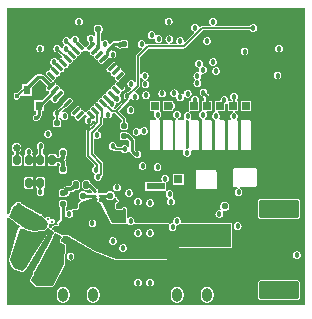
<source format=gbl>
G04 Layer_Physical_Order=4*
G04 Layer_Color=16711680*
%FSAX24Y24*%
%MOIN*%
G70*
G01*
G75*
G04:AMPARAMS|DCode=14|XSize=21.3mil|YSize=19.7mil|CornerRadius=5.1mil|HoleSize=0mil|Usage=FLASHONLY|Rotation=90.000|XOffset=0mil|YOffset=0mil|HoleType=Round|Shape=RoundedRectangle|*
%AMROUNDEDRECTD14*
21,1,0.0213,0.0094,0,0,90.0*
21,1,0.0110,0.0197,0,0,90.0*
1,1,0.0102,0.0047,0.0055*
1,1,0.0102,0.0047,-0.0055*
1,1,0.0102,-0.0047,-0.0055*
1,1,0.0102,-0.0047,0.0055*
%
%ADD14ROUNDEDRECTD14*%
G04:AMPARAMS|DCode=19|XSize=20.1mil|YSize=19.7mil|CornerRadius=5.1mil|HoleSize=0mil|Usage=FLASHONLY|Rotation=180.000|XOffset=0mil|YOffset=0mil|HoleType=Round|Shape=RoundedRectangle|*
%AMROUNDEDRECTD19*
21,1,0.0201,0.0094,0,0,180.0*
21,1,0.0098,0.0197,0,0,180.0*
1,1,0.0102,-0.0049,0.0047*
1,1,0.0102,0.0049,0.0047*
1,1,0.0102,0.0049,-0.0047*
1,1,0.0102,-0.0049,-0.0047*
%
%ADD19ROUNDEDRECTD19*%
G04:AMPARAMS|DCode=23|XSize=21.3mil|YSize=19.7mil|CornerRadius=5.1mil|HoleSize=0mil|Usage=FLASHONLY|Rotation=180.000|XOffset=0mil|YOffset=0mil|HoleType=Round|Shape=RoundedRectangle|*
%AMROUNDEDRECTD23*
21,1,0.0213,0.0094,0,0,180.0*
21,1,0.0110,0.0197,0,0,180.0*
1,1,0.0102,-0.0055,0.0047*
1,1,0.0102,0.0055,0.0047*
1,1,0.0102,0.0055,-0.0047*
1,1,0.0102,-0.0055,-0.0047*
%
%ADD23ROUNDEDRECTD23*%
G04:AMPARAMS|DCode=25|XSize=20.1mil|YSize=19.7mil|CornerRadius=5.1mil|HoleSize=0mil|Usage=FLASHONLY|Rotation=270.000|XOffset=0mil|YOffset=0mil|HoleType=Round|Shape=RoundedRectangle|*
%AMROUNDEDRECTD25*
21,1,0.0201,0.0094,0,0,270.0*
21,1,0.0098,0.0197,0,0,270.0*
1,1,0.0102,-0.0047,-0.0049*
1,1,0.0102,-0.0047,0.0049*
1,1,0.0102,0.0047,0.0049*
1,1,0.0102,0.0047,-0.0049*
%
%ADD25ROUNDEDRECTD25*%
%ADD31C,0.0060*%
%ADD32C,0.0100*%
%ADD33C,0.0080*%
%ADD35O,0.0350X0.0449*%
%ADD36C,0.0180*%
%ADD37C,0.0230*%
G04:AMPARAMS|DCode=39|XSize=39.4mil|YSize=137.8mil|CornerRadius=4.9mil|HoleSize=0mil|Usage=FLASHONLY|Rotation=90.000|XOffset=0mil|YOffset=0mil|HoleType=Round|Shape=RoundedRectangle|*
%AMROUNDEDRECTD39*
21,1,0.0394,0.1280,0,0,90.0*
21,1,0.0295,0.1378,0,0,90.0*
1,1,0.0098,0.0640,0.0148*
1,1,0.0098,0.0640,-0.0148*
1,1,0.0098,-0.0640,-0.0148*
1,1,0.0098,-0.0640,0.0148*
%
%ADD39ROUNDEDRECTD39*%
G04:AMPARAMS|DCode=40|XSize=59.1mil|YSize=133.9mil|CornerRadius=7.4mil|HoleSize=0mil|Usage=FLASHONLY|Rotation=90.000|XOffset=0mil|YOffset=0mil|HoleType=Round|Shape=RoundedRectangle|*
%AMROUNDEDRECTD40*
21,1,0.0591,0.1191,0,0,90.0*
21,1,0.0443,0.1339,0,0,90.0*
1,1,0.0148,0.0595,0.0221*
1,1,0.0148,0.0595,-0.0221*
1,1,0.0148,-0.0595,-0.0221*
1,1,0.0148,-0.0595,0.0221*
%
%ADD40ROUNDEDRECTD40*%
%ADD41C,0.0250*%
%ADD42R,0.0252X0.0276*%
%ADD43R,0.0610X0.0217*%
%ADD44R,0.0512X0.0177*%
%ADD45R,0.0205X0.0650*%
%ADD46R,0.0276X0.0276*%
%ADD47R,0.0224X0.0571*%
%ADD48R,0.0398X0.0669*%
%ADD49R,0.0205X0.0453*%
%ADD50R,0.0224X0.0772*%
%ADD51R,0.0224X0.0728*%
G04:AMPARAMS|DCode=52|XSize=29.9mil|YSize=10.2mil|CornerRadius=2.8mil|HoleSize=0mil|Usage=FLASHONLY|Rotation=225.000|XOffset=0mil|YOffset=0mil|HoleType=Round|Shape=RoundedRectangle|*
%AMROUNDEDRECTD52*
21,1,0.0299,0.0047,0,0,225.0*
21,1,0.0244,0.0102,0,0,225.0*
1,1,0.0055,-0.0103,-0.0070*
1,1,0.0055,0.0070,0.0103*
1,1,0.0055,0.0103,0.0070*
1,1,0.0055,-0.0070,-0.0103*
%
%ADD52ROUNDEDRECTD52*%
G04:AMPARAMS|DCode=53|XSize=29.9mil|YSize=10.2mil|CornerRadius=2.8mil|HoleSize=0mil|Usage=FLASHONLY|Rotation=135.000|XOffset=0mil|YOffset=0mil|HoleType=Round|Shape=RoundedRectangle|*
%AMROUNDEDRECTD53*
21,1,0.0299,0.0047,0,0,135.0*
21,1,0.0244,0.0102,0,0,135.0*
1,1,0.0055,-0.0070,0.0103*
1,1,0.0055,0.0103,-0.0070*
1,1,0.0055,0.0070,-0.0103*
1,1,0.0055,-0.0103,0.0070*
%
%ADD53ROUNDEDRECTD53*%
%ADD54P,0.1587X4X90.0*%
G04:AMPARAMS|DCode=55|XSize=34.3mil|YSize=23.6mil|CornerRadius=5.9mil|HoleSize=0mil|Usage=FLASHONLY|Rotation=90.000|XOffset=0mil|YOffset=0mil|HoleType=Round|Shape=RoundedRectangle|*
%AMROUNDEDRECTD55*
21,1,0.0343,0.0118,0,0,90.0*
21,1,0.0224,0.0236,0,0,90.0*
1,1,0.0118,0.0059,0.0112*
1,1,0.0118,0.0059,-0.0112*
1,1,0.0118,-0.0059,-0.0112*
1,1,0.0118,-0.0059,0.0112*
%
%ADD55ROUNDEDRECTD55*%
G04:AMPARAMS|DCode=56|XSize=23.2mil|YSize=81.1mil|CornerRadius=5.9mil|HoleSize=0mil|Usage=FLASHONLY|Rotation=60.000|XOffset=0mil|YOffset=0mil|HoleType=Round|Shape=RoundedRectangle|*
%AMROUNDEDRECTD56*
21,1,0.0232,0.0693,0,0,60.0*
21,1,0.0114,0.0811,0,0,60.0*
1,1,0.0118,0.0328,-0.0124*
1,1,0.0118,0.0271,-0.0222*
1,1,0.0118,-0.0328,0.0124*
1,1,0.0118,-0.0271,0.0222*
%
%ADD56ROUNDEDRECTD56*%
%ADD57C,0.0091*%
G04:AMPARAMS|DCode=58|XSize=52.8mil|YSize=122.8mil|CornerRadius=9.8mil|HoleSize=0mil|Usage=FLASHONLY|Rotation=150.000|XOffset=0mil|YOffset=0mil|HoleType=Round|Shape=RoundedRectangle|*
%AMROUNDEDRECTD58*
21,1,0.0528,0.1033,0,0,150.0*
21,1,0.0332,0.1228,0,0,150.0*
1,1,0.0195,0.0114,0.0530*
1,1,0.0195,0.0402,0.0364*
1,1,0.0195,-0.0114,-0.0530*
1,1,0.0195,-0.0402,-0.0364*
%
%ADD58ROUNDEDRECTD58*%
G04:AMPARAMS|DCode=59|XSize=19.7mil|YSize=23.6mil|CornerRadius=4.9mil|HoleSize=0mil|Usage=FLASHONLY|Rotation=180.000|XOffset=0mil|YOffset=0mil|HoleType=Round|Shape=RoundedRectangle|*
%AMROUNDEDRECTD59*
21,1,0.0197,0.0138,0,0,180.0*
21,1,0.0098,0.0236,0,0,180.0*
1,1,0.0098,-0.0049,0.0069*
1,1,0.0098,0.0049,0.0069*
1,1,0.0098,0.0049,-0.0069*
1,1,0.0098,-0.0049,-0.0069*
%
%ADD59ROUNDEDRECTD59*%
%ADD60R,0.0248X0.0303*%
G04:AMPARAMS|DCode=61|XSize=15mil|YSize=11.8mil|CornerRadius=3.1mil|HoleSize=0mil|Usage=FLASHONLY|Rotation=90.000|XOffset=0mil|YOffset=0mil|HoleType=Round|Shape=RoundedRectangle|*
%AMROUNDEDRECTD61*
21,1,0.0150,0.0056,0,0,90.0*
21,1,0.0087,0.0118,0,0,90.0*
1,1,0.0063,0.0028,0.0044*
1,1,0.0063,0.0028,-0.0044*
1,1,0.0063,-0.0028,-0.0044*
1,1,0.0063,-0.0028,0.0044*
%
%ADD61ROUNDEDRECTD61*%
G04:AMPARAMS|DCode=62|XSize=15mil|YSize=11.8mil|CornerRadius=3.1mil|HoleSize=0mil|Usage=FLASHONLY|Rotation=0.000|XOffset=0mil|YOffset=0mil|HoleType=Round|Shape=RoundedRectangle|*
%AMROUNDEDRECTD62*
21,1,0.0150,0.0056,0,0,0.0*
21,1,0.0087,0.0118,0,0,0.0*
1,1,0.0063,0.0044,-0.0028*
1,1,0.0063,-0.0044,-0.0028*
1,1,0.0063,-0.0044,0.0028*
1,1,0.0063,0.0044,0.0028*
%
%ADD62ROUNDEDRECTD62*%
%ADD63C,0.0120*%
G36*
X001435Y002601D02*
X001454Y002569D01*
X001452Y002565D01*
X001449Y002562D01*
X000923Y001753D01*
X000923Y001752D01*
X000922Y001751D01*
X000663Y001302D01*
X000651Y001285D01*
X000637Y001272D01*
X000621Y001262D01*
X000611Y001259D01*
X000607Y001256D01*
X000603Y001254D01*
X000601Y001252D01*
X000598Y001250D01*
X000595Y001246D01*
X000592Y001243D01*
X000561Y001196D01*
X000250Y001300D01*
X000141Y001535D01*
X000450Y002600D01*
X000581D01*
X000626Y002567D01*
X000632Y002564D01*
X000638Y002561D01*
X000804Y002509D01*
X000810Y002508D01*
X000815Y002507D01*
X000819Y002507D01*
X000838Y002502D01*
X000857Y002494D01*
X000858Y002493D01*
X000863Y002491D01*
X000867Y002489D01*
X000920Y002472D01*
X000922Y002472D01*
X000924Y002471D01*
X000930Y002471D01*
X000936Y002471D01*
X000938Y002471D01*
X000940Y002471D01*
X001155Y002510D01*
X001264Y002519D01*
X001268Y002521D01*
X001272Y002521D01*
X001275Y002523D01*
X001279Y002524D01*
X001282Y002526D01*
X001286Y002528D01*
X001335Y002569D01*
X001336Y002570D01*
X001338Y002571D01*
X001340Y002574D01*
X001342Y002575D01*
X001352Y002589D01*
X001361Y002596D01*
X001371Y002600D01*
X001376Y002603D01*
X001381Y002606D01*
X001404Y002625D01*
X001435Y002601D01*
D02*
G37*
G36*
X001668Y002443D02*
X001679Y002439D01*
X001688Y002431D01*
X001695Y002422D01*
X001698Y002420D01*
X001700Y002417D01*
X001704Y002415D01*
X001707Y002412D01*
X001710Y002411D01*
X001713Y002409D01*
X001813Y002370D01*
X001855Y002329D01*
X001806Y002244D01*
X001796Y002220D01*
X001793Y002194D01*
X001796Y002168D01*
X001806Y002144D01*
X001822Y002123D01*
X001843Y002107D01*
X001950Y002046D01*
X001930Y001410D01*
X001550Y000700D01*
X001000D01*
X000832Y000868D01*
X000931Y001060D01*
X000932Y001061D01*
X000932Y001062D01*
X000934Y001069D01*
X000936Y001075D01*
X000936Y001077D01*
X000936Y001078D01*
X000937Y001099D01*
X000941Y001118D01*
X000950Y001137D01*
X001167Y001514D01*
X001167Y001514D01*
X001168Y001515D01*
X001572Y002291D01*
X001573Y002295D01*
X001575Y002299D01*
X001605Y002408D01*
X001624Y002443D01*
X001630Y002443D01*
X001635Y002442D01*
X001638Y002442D01*
X001640Y002442D01*
X001657Y002445D01*
X001668Y002443D01*
D02*
G37*
G36*
X003650Y003619D02*
Y003600D01*
X003721Y003529D01*
X003718Y003510D01*
X003705Y003488D01*
X003690Y003486D01*
X003668Y003477D01*
X003649Y003462D01*
X003635Y003443D01*
X003625Y003421D01*
X003622Y003397D01*
Y003303D01*
X003625Y003279D01*
X003635Y003257D01*
X003649Y003238D01*
X003668Y003223D01*
X003690Y003214D01*
X003714Y003211D01*
X003824D01*
X003848Y003214D01*
X003870Y003223D01*
X003889Y003238D01*
X003904Y003257D01*
X003913Y003279D01*
X003913Y003280D01*
X003956Y003294D01*
X004000Y003250D01*
Y002791D01*
X003525D01*
X003182Y003477D01*
X003181Y003478D01*
X003181Y003479D01*
X003176Y003484D01*
X003172Y003490D01*
X003171Y003490D01*
X003170Y003491D01*
X003164Y003494D01*
X003159Y003497D01*
X003157Y003498D01*
X003156Y003498D01*
X003149Y003499D01*
X003143Y003499D01*
X003142Y003499D01*
X003140Y003499D01*
X003129Y003498D01*
X003117Y003499D01*
X003106Y003504D01*
X003097Y003511D01*
X003090Y003520D01*
X003085Y003531D01*
X003084Y003543D01*
X003085Y003554D01*
X003089Y003563D01*
X003090Y003570D01*
X003092Y003575D01*
X003094Y003581D01*
X003110Y003601D01*
X003114Y003604D01*
X003126Y003610D01*
X003129Y003609D01*
X003345D01*
X003346Y003607D01*
X003361Y003588D01*
X003380Y003573D01*
X003402Y003564D01*
X003426Y003561D01*
X003524D01*
X003548Y003564D01*
X003570Y003573D01*
X003589Y003588D01*
X003604Y003607D01*
X003613Y003629D01*
X003650Y003619D01*
D02*
G37*
G36*
X009954Y000046D02*
X000046D01*
Y002941D01*
X000055Y002949D01*
X000086Y002960D01*
X000158Y002908D01*
X000158Y002908D01*
X000177Y002891D01*
X000187Y002886D01*
X000348Y002769D01*
X000358Y002758D01*
X000377Y002741D01*
X000400Y002729D01*
X000405Y002728D01*
X000472Y002679D01*
X000460Y002641D01*
X000450D01*
X000448Y002640D01*
X000446Y002641D01*
X000440Y002639D01*
X000434Y002638D01*
X000433Y002636D01*
X000430Y002636D01*
X000426Y002632D01*
X000421Y002629D01*
X000420Y002627D01*
X000418Y002625D01*
X000416Y002620D01*
X000412Y002616D01*
X000412Y002613D01*
X000411Y002611D01*
X000101Y001547D01*
X000101Y001540D01*
X000100Y001533D01*
X000100Y001532D01*
X000100Y001531D01*
X000102Y001524D01*
X000104Y001518D01*
X000213Y001283D01*
X000213Y001282D01*
X000214Y001282D01*
X000218Y001276D01*
X000222Y001270D01*
X000223Y001270D01*
X000223Y001269D01*
X000230Y001266D01*
X000236Y001262D01*
X000237Y001262D01*
X000237Y001261D01*
X000548Y001158D01*
X000551Y001157D01*
X000554Y001156D01*
X000559Y001156D01*
X000564Y001156D01*
X000567Y001156D01*
X000570Y001156D01*
X000575Y001158D01*
X000580Y001160D01*
X000582Y001161D01*
X000584Y001163D01*
X000588Y001166D01*
X000592Y001169D01*
X000594Y001172D01*
X000596Y001174D01*
X000615Y001204D01*
X000626Y001220D01*
X000639Y001225D01*
X000662Y001240D01*
X000682Y001258D01*
X000697Y001280D01*
X000957Y001731D01*
X000957Y001731D01*
X001481Y002536D01*
X001481D01*
X001484Y002540D01*
X001523Y002541D01*
X001523Y002540D01*
X001525Y002535D01*
X001528Y002533D01*
X001529Y002531D01*
X001534Y002528D01*
X001538Y002525D01*
X001540Y002524D01*
X001543Y002522D01*
X001544Y002522D01*
X001554Y002515D01*
X001562Y002504D01*
X001567Y002494D01*
X001568Y002493D01*
X001569Y002486D01*
X001571Y002481D01*
X001572Y002476D01*
X001573Y002474D01*
X001574Y002471D01*
X001578Y002467D01*
X001578Y002467D01*
X001581Y002463D01*
X001583Y002461D01*
X001585Y002459D01*
X001586Y002458D01*
X001569Y002428D01*
X001567Y002423D01*
X001565Y002419D01*
X001536Y002314D01*
D01*
X001535Y002310D01*
X001534Y002306D01*
D01*
X001132Y001534D01*
X000969Y001252D01*
X000913Y001156D01*
X000902Y001131D01*
X000896Y001104D01*
X000895Y001079D01*
X000894Y001076D01*
Y001076D01*
X000795Y000887D01*
X000795Y000886D01*
X000794Y000884D01*
X000793Y000878D01*
X000791Y000872D01*
X000791Y000870D01*
X000791Y000868D01*
X000792Y000862D01*
X000793Y000856D01*
X000794Y000855D01*
X000794Y000853D01*
X000797Y000848D01*
X000800Y000842D01*
X000802Y000841D01*
X000803Y000840D01*
X000971Y000671D01*
X000984Y000662D01*
X001000Y000659D01*
X001000Y000659D01*
X001550D01*
X001556Y000660D01*
X001562Y000661D01*
X001564Y000662D01*
X001566Y000662D01*
X001571Y000666D01*
X001576Y000668D01*
X001577Y000670D01*
X001579Y000671D01*
X001582Y000676D01*
X001586Y000681D01*
X001966Y001391D01*
X001966Y001392D01*
X001967Y001393D01*
X001969Y001400D01*
X001971Y001406D01*
X001970Y001407D01*
X001971Y001409D01*
X001991Y002044D01*
X001990Y002050D01*
X001989Y002056D01*
X001988Y002058D01*
X001988Y002060D01*
X001985Y002065D01*
X001982Y002070D01*
X001981Y002072D01*
X001980Y002074D01*
X001975Y002077D01*
X001970Y002081D01*
X001866Y002141D01*
X001851Y002152D01*
X001842Y002165D01*
X001836Y002179D01*
X001834Y002194D01*
X001836Y002209D01*
X001843Y002226D01*
X001890Y002308D01*
X001891Y002311D01*
X001893Y002313D01*
X001894Y002318D01*
X001895Y002323D01*
X001900Y002334D01*
X001914Y002349D01*
X001918Y002353D01*
X001929Y002359D01*
X002039D01*
X002959Y001815D01*
X002963Y001814D01*
X002966Y001812D01*
X003636Y001562D01*
X003643Y001561D01*
X003650Y001559D01*
X005350D01*
X005366Y001562D01*
X005379Y001571D01*
X005379Y001571D01*
X005767Y001959D01*
X007500D01*
X007516Y001962D01*
X007529Y001971D01*
X007538Y001984D01*
X007541Y002000D01*
Y002750D01*
X007538Y002766D01*
X007529Y002779D01*
X007516Y002788D01*
X007500Y002791D01*
X005860D01*
X005833Y002819D01*
X005829Y002831D01*
X005831Y002850D01*
X005828Y002875D01*
X005821Y002900D01*
X005809Y002923D01*
X005792Y002942D01*
X005773Y002959D01*
X005750Y002971D01*
X005725Y002978D01*
X005700Y002981D01*
X005675Y002978D01*
X005650Y002971D01*
X005627Y002959D01*
X005608Y002942D01*
X005591Y002923D01*
X005579Y002900D01*
X005572Y002875D01*
X005569Y002850D01*
X005572Y002825D01*
X005574Y002818D01*
X005554Y002787D01*
X005551Y002784D01*
X005545Y002780D01*
X005525Y002778D01*
X005500Y002771D01*
X005497Y002769D01*
X005469Y002762D01*
X005448Y002773D01*
X005440Y002780D01*
X005434Y002784D01*
X005428Y002788D01*
X005427Y002788D01*
X005427Y002788D01*
X005419Y002789D01*
X005412Y002791D01*
X004310D01*
X004283Y002819D01*
X004279Y002831D01*
X004281Y002850D01*
X004278Y002875D01*
X004271Y002900D01*
X004259Y002923D01*
X004242Y002942D01*
X004223Y002959D01*
X004200Y002971D01*
X004175Y002978D01*
X004150Y002981D01*
X004125Y002978D01*
X004100Y002971D01*
X004081Y002960D01*
X004068Y002964D01*
X004041Y002980D01*
Y003250D01*
X004041Y003250D01*
X004038Y003266D01*
X004029Y003279D01*
X003984Y003323D01*
X003979Y003327D01*
X003974Y003331D01*
X003972Y003331D01*
X003971Y003332D01*
X003965Y003333D01*
X003958Y003335D01*
X003957Y003335D01*
X003956Y003335D01*
X003949Y003334D01*
X003943Y003333D01*
X003900Y003319D01*
X003895Y003315D01*
X003889Y003312D01*
X003888Y003311D01*
X003887Y003311D01*
X003882Y003305D01*
X003878Y003300D01*
X003878Y003299D01*
X003877Y003298D01*
X003876Y003295D01*
X003876Y003295D01*
X003868Y003277D01*
X003860Y003267D01*
X003850Y003259D01*
X003838Y003254D01*
X003822Y003252D01*
X003717D01*
X003701Y003254D01*
X003689Y003259D01*
X003678Y003267D01*
X003670Y003277D01*
X003665Y003290D01*
X003663Y003305D01*
Y003395D01*
X003665Y003410D01*
X003670Y003423D01*
X003678Y003433D01*
X003689Y003441D01*
X003701Y003446D01*
X003711Y003448D01*
X003714Y003449D01*
X003717Y003449D01*
X003721Y003451D01*
X003726Y003453D01*
X003728Y003455D01*
X003731Y003456D01*
X003734Y003460D01*
X003738Y003463D01*
X003739Y003466D01*
X003741Y003468D01*
X003753Y003490D01*
X003755Y003497D01*
X003758Y003503D01*
X003761Y003523D01*
X003761Y003526D01*
X003762Y003529D01*
X003761Y003534D01*
X003761Y003538D01*
X003759Y003542D01*
X003758Y003545D01*
X003756Y003549D01*
X003754Y003553D01*
X003751Y003555D01*
X003750Y003558D01*
X003691Y003617D01*
Y003619D01*
X003690Y003622D01*
X003690Y003625D01*
X003689Y003630D01*
X003688Y003635D01*
X003686Y003637D01*
X003685Y003640D01*
X003682Y003644D01*
X003679Y003648D01*
X003676Y003650D01*
X003675Y003652D01*
X003670Y003654D01*
X003666Y003657D01*
X003663Y003658D01*
X003660Y003659D01*
X003623Y003668D01*
X003618Y003669D01*
X003616Y003669D01*
Y003747D01*
X003613Y003771D01*
X003604Y003793D01*
X003589Y003812D01*
X003570Y003827D01*
X003548Y003836D01*
X003524Y003839D01*
X003426D01*
X003402Y003836D01*
X003380Y003827D01*
X003361Y003812D01*
X003346Y003793D01*
X003345Y003791D01*
X003129D01*
X003105Y003788D01*
X003083Y003779D01*
X003061Y003788D01*
X003060Y003789D01*
X003052Y003818D01*
X003059Y003834D01*
X003062Y003857D01*
X003059Y003881D01*
X003050Y003903D01*
X003035Y003922D01*
X002843Y004114D01*
X002824Y004129D01*
X002815Y004133D01*
X002813Y004142D01*
X002804Y004164D01*
X002790Y004183D01*
X002771Y004197D01*
X002750Y004206D01*
X002726Y004209D01*
X002628D01*
X002605Y004206D01*
X002583Y004197D01*
X002564Y004183D01*
X002550Y004164D01*
X002541Y004142D01*
X002538Y004119D01*
Y003981D01*
X002541Y003958D01*
X002550Y003936D01*
X002564Y003917D01*
X002583Y003903D01*
X002605Y003894D01*
X002628Y003891D01*
X002726D01*
X002750Y003894D01*
X002771Y003903D01*
X002786Y003914D01*
X002872Y003828D01*
X002856Y003788D01*
X002706D01*
X002704Y003793D01*
X002689Y003812D01*
X002670Y003827D01*
X002648Y003836D01*
X002624Y003839D01*
X002526D01*
X002502Y003836D01*
X002480Y003827D01*
X002461Y003812D01*
X002446Y003793D01*
X002437Y003771D01*
X002434Y003747D01*
Y003653D01*
X002437Y003629D01*
X002446Y003607D01*
X002461Y003588D01*
X002479Y003574D01*
X002480Y003572D01*
X002482Y003561D01*
X002482Y003548D01*
X002478Y003530D01*
X002477Y003530D01*
X002476Y003528D01*
X002474Y003528D01*
X002396Y003454D01*
X002395Y003453D01*
X002395Y003453D01*
X002391Y003447D01*
X002386Y003441D01*
X002386Y003440D01*
X002386Y003440D01*
X002384Y003433D01*
X002383Y003425D01*
X002383Y003425D01*
X002383Y003424D01*
X002384Y003417D01*
X002384Y003416D01*
X002384Y003416D01*
X002387Y003395D01*
Y003305D01*
X002385Y003290D01*
X002380Y003277D01*
X002372Y003267D01*
X002361Y003259D01*
X002349Y003254D01*
X002333Y003252D01*
X002229D01*
X002228Y003251D01*
X002228Y003252D01*
X002221Y003250D01*
X002213Y003248D01*
X002213Y003248D01*
X002212Y003248D01*
X002206Y003244D01*
X002200Y003240D01*
X002200Y003239D01*
X002199Y003239D01*
X002193Y003232D01*
X002189Y003226D01*
X002185Y003219D01*
X002161Y003210D01*
X002160Y003211D01*
X002135Y003218D01*
X002110Y003221D01*
X002085Y003218D01*
X002060Y003211D01*
X002037Y003199D01*
X002031Y003193D01*
X001991Y003211D01*
Y003295D01*
X001993Y003296D01*
X002012Y003311D01*
X002027Y003330D01*
X002036Y003352D01*
X002039Y003376D01*
Y003474D01*
X002036Y003498D01*
X002027Y003520D01*
X002012Y003539D01*
X001993Y003554D01*
X001971Y003563D01*
X001947Y003566D01*
X001853D01*
X001829Y003563D01*
X001807Y003554D01*
X001788Y003539D01*
X001773Y003520D01*
X001764Y003498D01*
X001761Y003474D01*
Y003376D01*
X001764Y003352D01*
X001773Y003330D01*
X001788Y003311D01*
X001807Y003296D01*
X001809Y003295D01*
Y002906D01*
X001723Y002826D01*
X001719Y002821D01*
X001715Y002816D01*
X001715Y002814D01*
X001714Y002813D01*
X001712Y002807D01*
X001710Y002801D01*
X001710Y002799D01*
X001710Y002797D01*
X001711Y002791D01*
X001711Y002785D01*
X001712Y002784D01*
X001713Y002782D01*
X001714Y002779D01*
X001714Y002779D01*
X001721Y002763D01*
X001722Y002751D01*
X001721Y002740D01*
X001716Y002729D01*
X001709Y002719D01*
X001700Y002712D01*
X001689Y002708D01*
X001678Y002706D01*
X001666Y002708D01*
X001655Y002712D01*
X001653Y002714D01*
X001649Y002716D01*
X001645Y002719D01*
X001642Y002719D01*
X001639Y002721D01*
X001634Y002721D01*
X001630Y002722D01*
X001626Y002722D01*
X001623Y002722D01*
X001619Y002720D01*
X001614Y002720D01*
X001611Y002718D01*
X001608Y002717D01*
X001604Y002714D01*
X001601Y002711D01*
X001588Y002699D01*
X001577Y002698D01*
X001556Y002689D01*
X001538Y002676D01*
X001524Y002658D01*
X001516Y002637D01*
X001515Y002630D01*
X001512Y002627D01*
X001502Y002623D01*
X001490Y002622D01*
X001477Y002622D01*
X001469Y002623D01*
X001465Y002628D01*
X001460Y002633D01*
X001429Y002657D01*
X001426Y002659D01*
X001424Y002660D01*
X001425Y002661D01*
X001423Y002667D01*
X001423Y002673D01*
X001422Y002674D01*
X001421Y002676D01*
X001419Y002682D01*
X001418Y002694D01*
X001419Y002705D01*
X001424Y002716D01*
X001431Y002725D01*
X001434Y002728D01*
X001439Y002733D01*
X001443Y002738D01*
X001444Y002739D01*
X001444Y002740D01*
X001447Y002746D01*
X001447Y002747D01*
X001458Y002755D01*
X001469Y002759D01*
X001489Y002763D01*
X001498Y002755D01*
X001519Y002747D01*
X001541Y002744D01*
X001563Y002747D01*
X001584Y002755D01*
X001602Y002769D01*
X001616Y002787D01*
X001624Y002808D01*
X001627Y002830D01*
X001624Y002852D01*
X001616Y002873D01*
X001602Y002891D01*
X001584Y002904D01*
X001563Y002913D01*
X001541Y002916D01*
X001519Y002913D01*
X001488Y002931D01*
X001479Y002952D01*
X001466Y002970D01*
X001448Y002983D01*
X001427Y002992D01*
X001405Y002995D01*
X001383Y002992D01*
X001362Y002983D01*
X001344Y002970D01*
X001295Y002963D01*
X001197Y003060D01*
X001195Y003062D01*
X001193Y003064D01*
X001189Y003066D01*
X001184Y003069D01*
X001182Y003070D01*
X001179Y003071D01*
X001174Y003071D01*
X001169Y003072D01*
X001166Y003072D01*
X001163Y003072D01*
X001154Y003071D01*
X001139Y003073D01*
X001122Y003080D01*
X000527Y003423D01*
X000513Y003434D01*
X000503Y003446D01*
X000496Y003466D01*
X000487Y003479D01*
X000473Y003488D01*
X000458Y003491D01*
X000350D01*
X000334Y003488D01*
X000321Y003479D01*
X000312Y003466D01*
X000309Y003450D01*
Y003425D01*
X000232Y003386D01*
X000227Y003383D01*
X000222Y003379D01*
X000221Y003378D01*
X000219Y003377D01*
X000216Y003371D01*
X000213Y003366D01*
X000086Y003071D01*
X000046Y003079D01*
Y009954D01*
X009954D01*
Y000046D01*
D02*
G37*
G36*
X003038Y003601D02*
X003046Y003595D01*
X003051Y003579D01*
X003046Y003565D01*
X003043Y003543D01*
X003046Y003520D01*
X003054Y003500D01*
X003068Y003482D01*
X003086Y003468D01*
X003106Y003459D01*
X003129Y003457D01*
X003146Y003459D01*
X003500Y002750D01*
X004067D01*
X004077Y002741D01*
X004100Y002729D01*
X004125Y002722D01*
X004150Y002719D01*
X004175Y002722D01*
X004200Y002729D01*
X004223Y002741D01*
X004233Y002750D01*
X005412D01*
X005420Y002743D01*
X005435Y002710D01*
X005429Y002700D01*
X005422Y002675D01*
X005419Y002650D01*
X005422Y002625D01*
X005429Y002600D01*
X005441Y002577D01*
X005458Y002558D01*
X005477Y002541D01*
X005500Y002529D01*
X005525Y002522D01*
X005550Y002519D01*
X005575Y002522D01*
X005600Y002529D01*
X005623Y002541D01*
X005642Y002558D01*
X005659Y002577D01*
X005671Y002600D01*
X005678Y002625D01*
X005681Y002650D01*
X005678Y002675D01*
X005676Y002682D01*
X005696Y002713D01*
X005699Y002716D01*
X005705Y002720D01*
X005725Y002722D01*
X005750Y002729D01*
X005773Y002741D01*
X005783Y002750D01*
X007500D01*
Y002000D01*
X005750D01*
X005350Y001600D01*
X003650D01*
X002980Y001850D01*
X002050Y002400D01*
X001850D01*
X001728Y002447D01*
X001717Y002461D01*
X001700Y002474D01*
X001679Y002483D01*
X001657Y002486D01*
X001634Y002483D01*
X001609Y002493D01*
X001607Y002504D01*
X001597Y002526D01*
X001582Y002544D01*
X001563Y002558D01*
X001557Y002561D01*
X001546Y002600D01*
X001547Y002606D01*
X001628Y002682D01*
X001635Y002677D01*
X001655Y002668D01*
X001678Y002665D01*
X001700Y002668D01*
X001721Y002677D01*
X001738Y002690D01*
X001752Y002708D01*
X001761Y002729D01*
X001764Y002751D01*
X001761Y002773D01*
X001752Y002794D01*
X001751Y002796D01*
X001968Y002999D01*
X002018Y002998D01*
X002037Y002981D01*
X002060Y002969D01*
X002085Y002962D01*
X002110Y002959D01*
X002135Y002962D01*
X002160Y002969D01*
X002183Y002981D01*
X002202Y002998D01*
X002219Y003017D01*
X002231Y003040D01*
X002238Y003065D01*
X002241Y003090D01*
X002238Y003115D01*
X002231Y003140D01*
X002219Y003163D01*
X002211Y003172D01*
X002223Y003204D01*
X002229Y003211D01*
X002336D01*
X002360Y003214D01*
X002382Y003223D01*
X002401Y003238D01*
X002415Y003257D01*
X002425Y003279D01*
X002428Y003303D01*
Y003397D01*
X002425Y003421D01*
X002423Y003424D01*
X002502Y003498D01*
X002894Y003607D01*
X002969D01*
X002992Y003610D01*
X003007Y003616D01*
X003038Y003601D01*
D02*
G37*
G36*
X000468Y003426D02*
X000484Y003405D01*
X000504Y003389D01*
X001104Y003043D01*
X001128Y003033D01*
X001154Y003030D01*
X001169Y003031D01*
X001328Y002872D01*
X001330Y002866D01*
X001344Y002848D01*
X001362Y002834D01*
X001369Y002831D01*
X001400Y002800D01*
X001409Y002760D01*
X001402Y002754D01*
X001388Y002737D01*
X001379Y002716D01*
X001376Y002694D01*
X001379Y002671D01*
X001384Y002661D01*
X001355Y002638D01*
X001341Y002632D01*
X001323Y002618D01*
X001309Y002600D01*
X001309Y002600D01*
X001260Y002560D01*
X001150Y002550D01*
X000933Y002511D01*
X000879Y002528D01*
X000875Y002530D01*
X000851Y002541D01*
X000824Y002547D01*
X000817Y002548D01*
X000650Y002600D01*
X000100Y003000D01*
X000250Y003350D01*
X000350Y003400D01*
Y003450D01*
X000458D01*
X000468Y003426D01*
D02*
G37*
%LPC*%
G36*
X000812Y004330D02*
X000694D01*
X000668Y004327D01*
X000644Y004317D01*
X000623Y004301D01*
X000608Y004280D01*
X000598Y004256D01*
X000594Y004230D01*
Y004006D01*
X000598Y003980D01*
X000608Y003956D01*
X000623Y003935D01*
X000644Y003919D01*
X000668Y003909D01*
X000694Y003906D01*
X000812D01*
X000838Y003909D01*
X000862Y003919D01*
X000883Y003935D01*
X000899Y003956D01*
X000909Y003980D01*
X000912Y004006D01*
Y004230D01*
X000909Y004256D01*
X000899Y004280D01*
X000883Y004301D01*
X000862Y004317D01*
X000838Y004327D01*
X000812Y004330D01*
D02*
G37*
G36*
X006975Y004538D02*
X006361D01*
X006345Y004535D01*
X006332Y004526D01*
X006323Y004512D01*
X006320Y004497D01*
Y003946D01*
X006323Y003930D01*
X006332Y003917D01*
X006345Y003908D01*
X006361Y003905D01*
X006975D01*
X006991Y003908D01*
X007004Y003917D01*
X007013Y003930D01*
X007016Y003946D01*
Y004497D01*
X007013Y004512D01*
X007004Y004526D01*
X006991Y004535D01*
X006975Y004538D01*
D02*
G37*
G36*
X003695Y004101D02*
X003669Y004098D01*
X003645Y004091D01*
X003622Y004079D01*
X003602Y004062D01*
X003586Y004043D01*
X003574Y004020D01*
X003567Y003995D01*
X003564Y003970D01*
X003567Y003945D01*
X003574Y003920D01*
X003586Y003897D01*
X003602Y003878D01*
X003622Y003861D01*
X003645Y003849D01*
X003669Y003842D01*
X003695Y003839D01*
X003720Y003842D01*
X003745Y003849D01*
X003767Y003861D01*
X003787Y003878D01*
X003803Y003897D01*
X003815Y003920D01*
X003823Y003945D01*
X003825Y003970D01*
X003823Y003995D01*
X003815Y004020D01*
X003803Y004043D01*
X003787Y004062D01*
X003767Y004079D01*
X003745Y004091D01*
X003720Y004098D01*
X003695Y004101D01*
D02*
G37*
G36*
X005050Y004781D02*
X005025Y004778D01*
X005000Y004771D01*
X004977Y004759D01*
X004958Y004742D01*
X004941Y004723D01*
X004929Y004700D01*
X004922Y004675D01*
X004919Y004650D01*
X004922Y004625D01*
X004929Y004600D01*
X004941Y004577D01*
X004958Y004558D01*
X004977Y004541D01*
X005000Y004529D01*
X005025Y004522D01*
X005050Y004519D01*
X005075Y004522D01*
X005100Y004529D01*
X005123Y004541D01*
X005142Y004558D01*
X005159Y004577D01*
X005171Y004600D01*
X005178Y004625D01*
X005181Y004650D01*
X005178Y004675D01*
X005171Y004700D01*
X005159Y004723D01*
X005142Y004742D01*
X005123Y004759D01*
X005100Y004771D01*
X005075Y004778D01*
X005050Y004781D01*
D02*
G37*
G36*
X005917Y004419D02*
X005561D01*
Y004063D01*
X005917D01*
Y004419D01*
D02*
G37*
G36*
X007290Y003496D02*
X007260Y003493D01*
X007230Y003484D01*
X007203Y003469D01*
X007180Y003450D01*
X007161Y003427D01*
X007146Y003400D01*
X007137Y003370D01*
X007134Y003340D01*
X007137Y003310D01*
X007146Y003280D01*
X007161Y003253D01*
X007162Y003252D01*
X007139Y003217D01*
X007135Y003218D01*
X007110Y003221D01*
X007085Y003218D01*
X007060Y003211D01*
X007037Y003199D01*
X007018Y003182D01*
X007001Y003163D01*
X006989Y003140D01*
X006982Y003115D01*
X006979Y003090D01*
X006982Y003065D01*
X006989Y003040D01*
X007001Y003017D01*
X007018Y002998D01*
X007037Y002981D01*
X007060Y002969D01*
X007085Y002962D01*
X007110Y002959D01*
X007135Y002962D01*
X007160Y002969D01*
X007183Y002981D01*
X007202Y002998D01*
X007219Y003017D01*
X007231Y003040D01*
X007238Y003065D01*
X007241Y003090D01*
X007238Y003115D01*
X007231Y003140D01*
X007222Y003157D01*
X007230Y003174D01*
X007247Y003191D01*
X007260Y003187D01*
X007290Y003184D01*
X007320Y003187D01*
X007350Y003196D01*
X007377Y003210D01*
X007400Y003230D01*
X007419Y003253D01*
X007434Y003280D01*
X007443Y003310D01*
X007446Y003340D01*
X007443Y003370D01*
X007434Y003400D01*
X007419Y003427D01*
X007400Y003450D01*
X007377Y003469D01*
X007350Y003484D01*
X007320Y003493D01*
X007290Y003496D01*
D02*
G37*
G36*
X004800Y003581D02*
X004775Y003578D01*
X004750Y003571D01*
X004727Y003559D01*
X004708Y003542D01*
X004691Y003523D01*
X004679Y003500D01*
X004672Y003475D01*
X004669Y003450D01*
X004672Y003425D01*
X004679Y003400D01*
X004691Y003377D01*
X004708Y003358D01*
X004727Y003341D01*
X004750Y003329D01*
X004775Y003322D01*
X004800Y003319D01*
X004825Y003322D01*
X004850Y003329D01*
X004873Y003341D01*
X004892Y003358D01*
X004909Y003377D01*
X004921Y003400D01*
X004928Y003425D01*
X004931Y003450D01*
X004928Y003475D01*
X004921Y003500D01*
X004909Y003523D01*
X004892Y003542D01*
X004873Y003559D01*
X004850Y003571D01*
X004825Y003578D01*
X004800Y003581D01*
D02*
G37*
G36*
X002372Y004209D02*
X002274D01*
X002250Y004206D01*
X002229Y004197D01*
X002210Y004183D01*
X002196Y004164D01*
X002187Y004142D01*
X002184Y004119D01*
Y004053D01*
X002139Y004009D01*
X002014D01*
X001988Y004006D01*
X001964Y003996D01*
X001943Y003980D01*
X001927Y003959D01*
X001917Y003935D01*
X001915Y003916D01*
X001853D01*
X001829Y003913D01*
X001807Y003904D01*
X001788Y003889D01*
X001773Y003870D01*
X001764Y003848D01*
X001761Y003824D01*
Y003726D01*
X001764Y003702D01*
X001773Y003680D01*
X001788Y003661D01*
X001807Y003646D01*
X001829Y003637D01*
X001853Y003634D01*
X001947D01*
X001971Y003637D01*
X001993Y003646D01*
X002012Y003661D01*
X002023Y003676D01*
X002041Y003678D01*
X002065Y003688D01*
X002086Y003704D01*
X002102Y003725D01*
X002112Y003749D01*
X002115Y003775D01*
Y003808D01*
X002181D01*
X002207Y003811D01*
X002232Y003821D01*
X002253Y003837D01*
X002307Y003891D01*
X002372D01*
X002395Y003894D01*
X002417Y003903D01*
X002436Y003917D01*
X002450Y003936D01*
X002459Y003958D01*
X002462Y003981D01*
Y004119D01*
X002459Y004142D01*
X002450Y004164D01*
X002436Y004183D01*
X002417Y004197D01*
X002395Y004206D01*
X002372Y004209D01*
D02*
G37*
G36*
X004100Y003911D02*
X004075Y003908D01*
X004050Y003901D01*
X004027Y003889D01*
X004008Y003872D01*
X003991Y003853D01*
X003979Y003830D01*
X003972Y003805D01*
X003969Y003780D01*
X003972Y003755D01*
X003979Y003730D01*
X003991Y003707D01*
X004008Y003688D01*
X004027Y003671D01*
X004050Y003659D01*
X004075Y003652D01*
X004100Y003649D01*
X004125Y003652D01*
X004150Y003659D01*
X004173Y003671D01*
X004192Y003688D01*
X004209Y003707D01*
X004221Y003730D01*
X004228Y003755D01*
X004231Y003780D01*
X004228Y003805D01*
X004221Y003830D01*
X004209Y003853D01*
X004192Y003872D01*
X004173Y003889D01*
X004150Y003901D01*
X004125Y003908D01*
X004100Y003911D01*
D02*
G37*
G36*
X001206Y004330D02*
X001088D01*
X001062Y004327D01*
X001038Y004317D01*
X001017Y004301D01*
X001001Y004280D01*
X000991Y004256D01*
X000988Y004230D01*
Y004006D01*
X000991Y003980D01*
X001001Y003956D01*
X001017Y003935D01*
X001029Y003926D01*
X001031Y003924D01*
X001038Y003895D01*
X001038Y003876D01*
X001038Y003876D01*
X001026Y003853D01*
X001019Y003829D01*
X001016Y003803D01*
X001019Y003778D01*
X001026Y003753D01*
X001038Y003731D01*
X001054Y003711D01*
X001074Y003695D01*
X001097Y003682D01*
X001121Y003675D01*
X001147Y003673D01*
X001172Y003675D01*
X001197Y003682D01*
X001219Y003695D01*
X001239Y003711D01*
X001255Y003731D01*
X001268Y003753D01*
X001275Y003778D01*
X001277Y003803D01*
X001275Y003829D01*
X001268Y003853D01*
X001255Y003876D01*
X001255Y003876D01*
X001256Y003895D01*
X001263Y003924D01*
X001265Y003926D01*
X001277Y003935D01*
X001292Y003956D01*
X001302Y003980D01*
X001306Y004006D01*
Y004230D01*
X001302Y004256D01*
X001292Y004280D01*
X001277Y004301D01*
X001256Y004317D01*
X001232Y004327D01*
X001206Y004330D01*
D02*
G37*
G36*
X004400Y003631D02*
X004375Y003628D01*
X004350Y003621D01*
X004327Y003609D01*
X004308Y003592D01*
X004291Y003573D01*
X004279Y003550D01*
X004272Y003525D01*
X004269Y003500D01*
X004272Y003475D01*
X004279Y003450D01*
X004291Y003427D01*
X004308Y003408D01*
X004327Y003391D01*
X004350Y003379D01*
X004375Y003372D01*
X004400Y003369D01*
X004425Y003372D01*
X004450Y003379D01*
X004473Y003391D01*
X004492Y003408D01*
X004509Y003427D01*
X004521Y003450D01*
X004528Y003475D01*
X004531Y003500D01*
X004528Y003525D01*
X004521Y003550D01*
X004509Y003573D01*
X004492Y003592D01*
X004473Y003609D01*
X004450Y003621D01*
X004425Y003628D01*
X004400Y003631D01*
D02*
G37*
G36*
X005302Y004393D02*
X005277Y004390D01*
X005252Y004383D01*
X005230Y004371D01*
X005210Y004355D01*
X005194Y004335D01*
X005182Y004312D01*
X005174Y004288D01*
X005172Y004262D01*
X005174Y004237D01*
X005182Y004212D01*
X005192Y004192D01*
X005189Y004182D01*
X005173Y004152D01*
X004648D01*
Y003856D01*
X005307Y003856D01*
X005308D01*
D01*
X005317Y003856D01*
X005330Y003838D01*
X005330Y003837D01*
X005338Y003816D01*
X005329Y003800D01*
X005322Y003775D01*
X005319Y003750D01*
X005322Y003725D01*
X005329Y003700D01*
X005341Y003677D01*
X005358Y003658D01*
X005377Y003641D01*
X005394Y003633D01*
X005401Y003611D01*
X005403Y003587D01*
X005391Y003573D01*
X005379Y003550D01*
X005372Y003525D01*
X005369Y003500D01*
X005372Y003475D01*
X005379Y003450D01*
X005391Y003427D01*
X005408Y003408D01*
X005427Y003391D01*
X005450Y003379D01*
X005475Y003372D01*
X005500Y003369D01*
X005525Y003372D01*
X005550Y003379D01*
X005573Y003391D01*
X005592Y003408D01*
X005609Y003427D01*
X005621Y003450D01*
X005628Y003475D01*
X005631Y003500D01*
X005628Y003525D01*
X005621Y003550D01*
X005609Y003573D01*
X005592Y003592D01*
X005573Y003609D01*
X005556Y003617D01*
X005549Y003639D01*
X005547Y003663D01*
X005559Y003677D01*
X005571Y003700D01*
X005578Y003725D01*
X005581Y003750D01*
X005578Y003775D01*
X005571Y003800D01*
X005559Y003823D01*
X005542Y003842D01*
X005523Y003859D01*
X005500Y003871D01*
X005475Y003878D01*
X005450Y003881D01*
X005425Y003878D01*
X005400Y003871D01*
X005377Y003859D01*
X005338Y003878D01*
X005338Y003886D01*
X005338Y003886D01*
X005338Y003887D01*
Y004137D01*
X005352Y004142D01*
X005375Y004154D01*
X005395Y004170D01*
X005411Y004190D01*
X005423Y004212D01*
X005430Y004237D01*
X005433Y004262D01*
X005430Y004288D01*
X005423Y004312D01*
X005411Y004335D01*
X005395Y004355D01*
X005375Y004371D01*
X005352Y004383D01*
X005328Y004390D01*
X005302Y004393D01*
D02*
G37*
G36*
X008310Y004609D02*
X007601D01*
X007586Y004605D01*
X007572Y004597D01*
X007563Y004583D01*
X007560Y004568D01*
Y004017D01*
X007563Y004001D01*
X007572Y003988D01*
X007586Y003979D01*
X007601Y003976D01*
X007711D01*
X007717Y003936D01*
X007700Y003931D01*
X007677Y003919D01*
X007658Y003902D01*
X007641Y003883D01*
X007629Y003860D01*
X007622Y003835D01*
X007619Y003810D01*
X007622Y003785D01*
X007629Y003760D01*
X007641Y003737D01*
X007658Y003718D01*
X007677Y003701D01*
X007700Y003689D01*
X007725Y003682D01*
X007750Y003679D01*
X007775Y003682D01*
X007800Y003689D01*
X007823Y003701D01*
X007842Y003718D01*
X007859Y003737D01*
X007871Y003760D01*
X007878Y003785D01*
X007881Y003810D01*
X007878Y003835D01*
X007871Y003860D01*
X007859Y003883D01*
X007842Y003902D01*
X007823Y003919D01*
X007800Y003931D01*
X007783Y003936D01*
X007789Y003976D01*
X008310D01*
X008325Y003979D01*
X008339Y003988D01*
X008347Y004001D01*
X008351Y004017D01*
Y004568D01*
X008347Y004583D01*
X008339Y004597D01*
X008325Y004605D01*
X008310Y004609D01*
D02*
G37*
G36*
X009695Y003595D02*
X008504D01*
X008474Y003591D01*
X008446Y003579D01*
X008423Y003561D01*
X008404Y003537D01*
X008393Y003509D01*
X008389Y003480D01*
Y003037D01*
X008393Y003007D01*
X008404Y002979D01*
X008423Y002956D01*
X008446Y002937D01*
X008474Y002926D01*
X008504Y002922D01*
X009695D01*
X009724Y002926D01*
X009752Y002937D01*
X009776Y002956D01*
X009794Y002979D01*
X009806Y003007D01*
X009809Y003037D01*
Y003480D01*
X009806Y003509D01*
X009794Y003537D01*
X009776Y003561D01*
X009752Y003579D01*
X009724Y003591D01*
X009695Y003595D01*
D02*
G37*
G36*
Y000878D02*
X008504D01*
X008474Y000874D01*
X008446Y000863D01*
X008423Y000844D01*
X008404Y000821D01*
X008393Y000793D01*
X008389Y000763D01*
Y000320D01*
X008393Y000291D01*
X008404Y000263D01*
X008423Y000239D01*
X008446Y000221D01*
X008474Y000209D01*
X008504Y000205D01*
X009695D01*
X009724Y000209D01*
X009752Y000221D01*
X009776Y000239D01*
X009794Y000263D01*
X009806Y000291D01*
X009809Y000320D01*
Y000763D01*
X009806Y000793D01*
X009794Y000821D01*
X009776Y000844D01*
X009752Y000863D01*
X009724Y000874D01*
X009695Y000878D01*
D02*
G37*
G36*
X004400Y000931D02*
X004375Y000928D01*
X004350Y000921D01*
X004327Y000909D01*
X004308Y000892D01*
X004291Y000873D01*
X004279Y000850D01*
X004272Y000825D01*
X004269Y000800D01*
X004272Y000775D01*
X004279Y000750D01*
X004291Y000727D01*
X004308Y000708D01*
X004327Y000691D01*
X004350Y000679D01*
X004375Y000672D01*
X004400Y000669D01*
X004425Y000672D01*
X004450Y000679D01*
X004473Y000691D01*
X004492Y000708D01*
X004509Y000727D01*
X004521Y000750D01*
X004528Y000775D01*
X004531Y000800D01*
X004528Y000825D01*
X004521Y000850D01*
X004509Y000873D01*
X004492Y000892D01*
X004473Y000909D01*
X004450Y000921D01*
X004425Y000928D01*
X004400Y000931D01*
D02*
G37*
G36*
X004800D02*
X004775Y000928D01*
X004750Y000921D01*
X004727Y000909D01*
X004708Y000892D01*
X004691Y000873D01*
X004679Y000850D01*
X004672Y000825D01*
X004669Y000800D01*
X004672Y000775D01*
X004679Y000750D01*
X004691Y000727D01*
X004708Y000708D01*
X004727Y000691D01*
X004750Y000679D01*
X004775Y000672D01*
X004800Y000669D01*
X004825Y000672D01*
X004850Y000679D01*
X004873Y000691D01*
X004892Y000708D01*
X004909Y000727D01*
X004921Y000750D01*
X004928Y000775D01*
X004931Y000800D01*
X004928Y000825D01*
X004921Y000850D01*
X004909Y000873D01*
X004892Y000892D01*
X004873Y000909D01*
X004850Y000921D01*
X004825Y000928D01*
X004800Y000931D01*
D02*
G37*
G36*
X006700Y000660D02*
X006666Y000658D01*
X006633Y000650D01*
X006602Y000637D01*
X006573Y000619D01*
X006547Y000597D01*
X006525Y000571D01*
X006508Y000542D01*
X006495Y000511D01*
X006487Y000478D01*
X006484Y000444D01*
Y000346D01*
X006487Y000312D01*
X006495Y000279D01*
X006508Y000248D01*
X006525Y000219D01*
X006547Y000193D01*
X006573Y000171D01*
X006602Y000154D01*
X006633Y000141D01*
X006666Y000133D01*
X006700Y000130D01*
X006734Y000133D01*
X006767Y000141D01*
X006798Y000154D01*
X006827Y000171D01*
X006853Y000193D01*
X006875Y000219D01*
X006892Y000248D01*
X006905Y000279D01*
X006913Y000312D01*
X006916Y000346D01*
Y000444D01*
X006913Y000478D01*
X006905Y000511D01*
X006892Y000542D01*
X006875Y000571D01*
X006853Y000597D01*
X006827Y000619D01*
X006798Y000637D01*
X006767Y000650D01*
X006734Y000658D01*
X006700Y000660D01*
D02*
G37*
G36*
X001900D02*
X001866Y000658D01*
X001833Y000650D01*
X001802Y000637D01*
X001773Y000619D01*
X001747Y000597D01*
X001725Y000571D01*
X001708Y000542D01*
X001695Y000511D01*
X001687Y000478D01*
X001684Y000444D01*
Y000346D01*
X001687Y000312D01*
X001695Y000279D01*
X001708Y000248D01*
X001725Y000219D01*
X001747Y000193D01*
X001773Y000171D01*
X001802Y000154D01*
X001833Y000141D01*
X001866Y000133D01*
X001900Y000130D01*
X001934Y000133D01*
X001967Y000141D01*
X001998Y000154D01*
X002027Y000171D01*
X002053Y000193D01*
X002075Y000219D01*
X002092Y000248D01*
X002105Y000279D01*
X002113Y000312D01*
X002116Y000346D01*
Y000444D01*
X002113Y000478D01*
X002105Y000511D01*
X002092Y000542D01*
X002075Y000571D01*
X002053Y000597D01*
X002027Y000619D01*
X001998Y000637D01*
X001967Y000650D01*
X001934Y000658D01*
X001900Y000660D01*
D02*
G37*
G36*
X002900D02*
X002866Y000658D01*
X002833Y000650D01*
X002802Y000637D01*
X002773Y000619D01*
X002747Y000597D01*
X002725Y000571D01*
X002708Y000542D01*
X002695Y000511D01*
X002687Y000478D01*
X002684Y000444D01*
Y000346D01*
X002687Y000312D01*
X002695Y000279D01*
X002708Y000248D01*
X002725Y000219D01*
X002747Y000193D01*
X002773Y000171D01*
X002802Y000154D01*
X002833Y000141D01*
X002866Y000133D01*
X002900Y000130D01*
X002934Y000133D01*
X002967Y000141D01*
X002998Y000154D01*
X003027Y000171D01*
X003053Y000193D01*
X003075Y000219D01*
X003092Y000248D01*
X003105Y000279D01*
X003113Y000312D01*
X003116Y000346D01*
Y000444D01*
X003113Y000478D01*
X003105Y000511D01*
X003092Y000542D01*
X003075Y000571D01*
X003053Y000597D01*
X003027Y000619D01*
X002998Y000637D01*
X002967Y000650D01*
X002934Y000658D01*
X002900Y000660D01*
D02*
G37*
G36*
X005700D02*
X005666Y000658D01*
X005633Y000650D01*
X005602Y000637D01*
X005573Y000619D01*
X005547Y000597D01*
X005525Y000571D01*
X005508Y000542D01*
X005495Y000511D01*
X005487Y000478D01*
X005484Y000444D01*
Y000346D01*
X005487Y000312D01*
X005495Y000279D01*
X005508Y000248D01*
X005525Y000219D01*
X005547Y000193D01*
X005573Y000171D01*
X005602Y000154D01*
X005633Y000141D01*
X005666Y000133D01*
X005700Y000130D01*
X005734Y000133D01*
X005767Y000141D01*
X005798Y000154D01*
X005827Y000171D01*
X005853Y000193D01*
X005875Y000219D01*
X005892Y000248D01*
X005905Y000279D01*
X005913Y000312D01*
X005916Y000346D01*
Y000444D01*
X005913Y000478D01*
X005905Y000511D01*
X005892Y000542D01*
X005875Y000571D01*
X005853Y000597D01*
X005827Y000619D01*
X005798Y000637D01*
X005767Y000650D01*
X005734Y000658D01*
X005700Y000660D01*
D02*
G37*
G36*
X002150Y001792D02*
X002125Y001790D01*
X002100Y001782D01*
X002077Y001770D01*
X002058Y001754D01*
X002041Y001734D01*
X002029Y001712D01*
X002022Y001687D01*
X002019Y001662D01*
X002022Y001636D01*
X002029Y001612D01*
X002041Y001589D01*
X002058Y001569D01*
X002077Y001553D01*
X002100Y001541D01*
X002125Y001534D01*
X002150Y001531D01*
X002175Y001534D01*
X002200Y001541D01*
X002223Y001553D01*
X002242Y001569D01*
X002259Y001589D01*
X002271Y001612D01*
X002278Y001636D01*
X002281Y001662D01*
X002278Y001687D01*
X002271Y001712D01*
X002259Y001734D01*
X002242Y001754D01*
X002223Y001770D01*
X002200Y001782D01*
X002175Y001790D01*
X002150Y001792D01*
D02*
G37*
G36*
X004800Y002581D02*
X004775Y002578D01*
X004750Y002571D01*
X004727Y002559D01*
X004708Y002542D01*
X004691Y002523D01*
X004679Y002500D01*
X004672Y002475D01*
X004669Y002450D01*
X004672Y002425D01*
X004679Y002400D01*
X004691Y002377D01*
X004708Y002358D01*
X004727Y002341D01*
X004750Y002329D01*
X004775Y002322D01*
X004800Y002319D01*
X004825Y002322D01*
X004850Y002329D01*
X004873Y002341D01*
X004892Y002358D01*
X004909Y002377D01*
X004921Y002400D01*
X004928Y002425D01*
X004931Y002450D01*
X004928Y002475D01*
X004921Y002500D01*
X004909Y002523D01*
X004892Y002542D01*
X004873Y002559D01*
X004850Y002571D01*
X004825Y002578D01*
X004800Y002581D01*
D02*
G37*
G36*
X007720Y002811D02*
X007695Y002808D01*
X007670Y002801D01*
X007647Y002789D01*
X007628Y002772D01*
X007611Y002753D01*
X007599Y002730D01*
X007592Y002705D01*
X007589Y002680D01*
X007592Y002655D01*
X007599Y002630D01*
X007611Y002607D01*
X007628Y002588D01*
X007647Y002571D01*
X007670Y002559D01*
X007695Y002552D01*
X007720Y002549D01*
X007745Y002552D01*
X007770Y002559D01*
X007793Y002571D01*
X007812Y002588D01*
X007829Y002607D01*
X007841Y002630D01*
X007848Y002655D01*
X007851Y002680D01*
X007848Y002705D01*
X007841Y002730D01*
X007829Y002753D01*
X007812Y002772D01*
X007793Y002789D01*
X007770Y002801D01*
X007745Y002808D01*
X007720Y002811D01*
D02*
G37*
G36*
X002880Y002901D02*
X002855Y002898D01*
X002830Y002891D01*
X002807Y002879D01*
X002788Y002862D01*
X002771Y002843D01*
X002759Y002820D01*
X002752Y002795D01*
X002749Y002770D01*
X002752Y002745D01*
X002759Y002720D01*
X002771Y002697D01*
X002788Y002678D01*
X002807Y002661D01*
X002830Y002649D01*
X002855Y002642D01*
X002880Y002639D01*
X002905Y002642D01*
X002930Y002649D01*
X002953Y002661D01*
X002972Y002678D01*
X002989Y002697D01*
X003001Y002720D01*
X003008Y002745D01*
X003011Y002770D01*
X003008Y002795D01*
X003001Y002820D01*
X002989Y002843D01*
X002972Y002862D01*
X002953Y002879D01*
X002930Y002891D01*
X002905Y002898D01*
X002880Y002901D01*
D02*
G37*
G36*
X004400Y002581D02*
X004375Y002578D01*
X004350Y002571D01*
X004327Y002559D01*
X004308Y002542D01*
X004291Y002523D01*
X004279Y002500D01*
X004272Y002475D01*
X004269Y002450D01*
X004272Y002425D01*
X004279Y002400D01*
X004291Y002377D01*
X004308Y002358D01*
X004327Y002341D01*
X004350Y002329D01*
X004375Y002322D01*
X004400Y002319D01*
X004425Y002322D01*
X004450Y002329D01*
X004473Y002341D01*
X004492Y002358D01*
X004509Y002377D01*
X004521Y002400D01*
X004528Y002425D01*
X004531Y002450D01*
X004528Y002475D01*
X004521Y002500D01*
X004509Y002523D01*
X004492Y002542D01*
X004473Y002559D01*
X004450Y002571D01*
X004425Y002578D01*
X004400Y002581D01*
D02*
G37*
G36*
X009690Y001841D02*
X009665Y001838D01*
X009640Y001831D01*
X009617Y001819D01*
X009598Y001802D01*
X009581Y001783D01*
X009569Y001760D01*
X009562Y001735D01*
X009559Y001710D01*
X009562Y001685D01*
X009569Y001660D01*
X009581Y001637D01*
X009598Y001618D01*
X009617Y001601D01*
X009640Y001589D01*
X009665Y001582D01*
X009690Y001579D01*
X009715Y001582D01*
X009740Y001589D01*
X009763Y001601D01*
X009782Y001618D01*
X009799Y001637D01*
X009811Y001660D01*
X009818Y001685D01*
X009821Y001710D01*
X009818Y001735D01*
X009811Y001760D01*
X009799Y001783D01*
X009782Y001802D01*
X009763Y001819D01*
X009740Y001831D01*
X009715Y001838D01*
X009690Y001841D01*
D02*
G37*
G36*
X003900Y002081D02*
X003875Y002078D01*
X003850Y002071D01*
X003827Y002059D01*
X003808Y002042D01*
X003791Y002023D01*
X003779Y002000D01*
X003772Y001975D01*
X003769Y001950D01*
X003772Y001925D01*
X003779Y001900D01*
X003791Y001877D01*
X003808Y001858D01*
X003827Y001841D01*
X003850Y001829D01*
X003875Y001822D01*
X003900Y001819D01*
X003925Y001822D01*
X003950Y001829D01*
X003973Y001841D01*
X003992Y001858D01*
X004009Y001877D01*
X004021Y001900D01*
X004028Y001925D01*
X004031Y001950D01*
X004028Y001975D01*
X004021Y002000D01*
X004009Y002023D01*
X003992Y002042D01*
X003973Y002059D01*
X003950Y002071D01*
X003925Y002078D01*
X003900Y002081D01*
D02*
G37*
G36*
X003560Y002311D02*
X003535Y002308D01*
X003510Y002301D01*
X003487Y002289D01*
X003468Y002272D01*
X003451Y002253D01*
X003439Y002230D01*
X003432Y002205D01*
X003429Y002180D01*
X003432Y002155D01*
X003439Y002130D01*
X003451Y002107D01*
X003468Y002088D01*
X003487Y002071D01*
X003510Y002059D01*
X003535Y002052D01*
X003560Y002049D01*
X003585Y002052D01*
X003610Y002059D01*
X003633Y002071D01*
X003652Y002088D01*
X003669Y002107D01*
X003681Y002130D01*
X003688Y002155D01*
X003691Y002180D01*
X003688Y002205D01*
X003681Y002230D01*
X003669Y002253D01*
X003652Y002272D01*
X003633Y002289D01*
X003610Y002301D01*
X003585Y002308D01*
X003560Y002311D01*
D02*
G37*
G36*
X007000Y007981D02*
X006975Y007978D01*
X006950Y007971D01*
X006927Y007959D01*
X006908Y007942D01*
X006891Y007923D01*
X006879Y007900D01*
X006872Y007875D01*
X006869Y007850D01*
X006872Y007825D01*
X006879Y007800D01*
X006891Y007777D01*
X006908Y007758D01*
X006927Y007741D01*
X006950Y007729D01*
X006975Y007722D01*
X007000Y007719D01*
X007025Y007722D01*
X007050Y007729D01*
X007073Y007741D01*
X007092Y007758D01*
X007109Y007777D01*
X007121Y007800D01*
X007128Y007825D01*
X007131Y007850D01*
X007128Y007875D01*
X007121Y007900D01*
X007109Y007923D01*
X007092Y007942D01*
X007073Y007959D01*
X007050Y007971D01*
X007025Y007978D01*
X007000Y007981D01*
D02*
G37*
G36*
X009050Y007831D02*
X009025Y007828D01*
X009000Y007821D01*
X008977Y007809D01*
X008958Y007792D01*
X008941Y007773D01*
X008929Y007750D01*
X008922Y007725D01*
X008919Y007700D01*
X008922Y007675D01*
X008929Y007650D01*
X008941Y007627D01*
X008958Y007608D01*
X008977Y007591D01*
X009000Y007579D01*
X009025Y007572D01*
X009050Y007569D01*
X009075Y007572D01*
X009100Y007579D01*
X009123Y007591D01*
X009142Y007608D01*
X009159Y007627D01*
X009171Y007650D01*
X009178Y007675D01*
X009181Y007700D01*
X009178Y007725D01*
X009171Y007750D01*
X009159Y007773D01*
X009142Y007792D01*
X009123Y007809D01*
X009100Y007821D01*
X009075Y007828D01*
X009050Y007831D01*
D02*
G37*
G36*
X006900Y008281D02*
X006875Y008278D01*
X006850Y008271D01*
X006827Y008259D01*
X006808Y008242D01*
X006791Y008223D01*
X006779Y008200D01*
X006772Y008175D01*
X006769Y008150D01*
X006772Y008125D01*
X006779Y008100D01*
X006791Y008077D01*
X006808Y008058D01*
X006827Y008041D01*
X006850Y008029D01*
X006875Y008022D01*
X006900Y008019D01*
X006925Y008022D01*
X006950Y008029D01*
X006973Y008041D01*
X006992Y008058D01*
X007009Y008077D01*
X007021Y008100D01*
X007028Y008125D01*
X007031Y008150D01*
X007028Y008175D01*
X007021Y008200D01*
X007009Y008223D01*
X006992Y008242D01*
X006973Y008259D01*
X006950Y008271D01*
X006925Y008278D01*
X006900Y008281D01*
D02*
G37*
G36*
X006431Y008228D02*
X006405Y008225D01*
X006381Y008218D01*
X006358Y008206D01*
X006338Y008190D01*
X006322Y008170D01*
X006310Y008147D01*
X006303Y008123D01*
X006300Y008097D01*
X006303Y008072D01*
X006310Y008047D01*
X006322Y008025D01*
X006338Y008005D01*
X006358Y007989D01*
X006381Y007976D01*
X006405Y007969D01*
X006411Y007968D01*
X006424Y007955D01*
X006436Y007934D01*
X006437Y007927D01*
X006433Y007913D01*
X006430Y007888D01*
X006433Y007862D01*
X006437Y007848D01*
X006421Y007824D01*
X006407Y007815D01*
X006403Y007816D01*
X006378Y007818D01*
X006352Y007816D01*
X006328Y007809D01*
X006305Y007796D01*
X006286Y007780D01*
X006269Y007760D01*
X006257Y007738D01*
X006250Y007713D01*
X006247Y007688D01*
X006250Y007662D01*
X006257Y007638D01*
X006269Y007615D01*
X006286Y007595D01*
X006294Y007589D01*
X006297Y007576D01*
Y007552D01*
X006294Y007540D01*
X006286Y007533D01*
X006269Y007514D01*
X006257Y007491D01*
X006250Y007466D01*
X006247Y007441D01*
X006250Y007415D01*
X006257Y007391D01*
X006269Y007368D01*
X006286Y007349D01*
X006305Y007332D01*
X006328Y007320D01*
X006352Y007313D01*
X006378Y007310D01*
X006403Y007313D01*
X006428Y007320D01*
X006451Y007332D01*
X006470Y007349D01*
X006487Y007368D01*
X006499Y007391D01*
X006506Y007415D01*
X006509Y007441D01*
X006506Y007466D01*
X006499Y007491D01*
X006487Y007514D01*
X006470Y007533D01*
X006462Y007540D01*
X006458Y007552D01*
Y007576D01*
X006462Y007589D01*
X006470Y007595D01*
X006487Y007615D01*
X006499Y007638D01*
X006506Y007662D01*
X006509Y007688D01*
X006506Y007713D01*
X006502Y007728D01*
X006518Y007752D01*
X006532Y007761D01*
X006535Y007760D01*
X006561Y007757D01*
X006586Y007760D01*
X006611Y007767D01*
X006634Y007779D01*
X006653Y007796D01*
X006670Y007815D01*
X006682Y007838D01*
X006689Y007862D01*
X006692Y007888D01*
X006689Y007913D01*
X006682Y007938D01*
X006670Y007960D01*
X006653Y007980D01*
X006634Y007996D01*
X006611Y008009D01*
X006586Y008016D01*
X006581Y008017D01*
X006567Y008030D01*
X006556Y008051D01*
X006555Y008058D01*
X006559Y008072D01*
X006561Y008097D01*
X006559Y008123D01*
X006552Y008147D01*
X006539Y008170D01*
X006523Y008190D01*
X006503Y008206D01*
X006481Y008218D01*
X006456Y008225D01*
X006431Y008228D01*
D02*
G37*
G36*
X004660Y007172D02*
X004635Y007170D01*
X004610Y007162D01*
X004587Y007150D01*
X004568Y007134D01*
X004551Y007114D01*
X004539Y007092D01*
X004532Y007067D01*
X004529Y007042D01*
X004532Y007016D01*
X004539Y006992D01*
X004551Y006969D01*
X004568Y006949D01*
X004587Y006933D01*
X004610Y006921D01*
X004635Y006913D01*
X004660Y006911D01*
X004685Y006913D01*
X004710Y006921D01*
X004733Y006933D01*
X004752Y006949D01*
X004769Y006969D01*
X004781Y006992D01*
X004788Y007016D01*
X004791Y007042D01*
X004788Y007067D01*
X004781Y007092D01*
X004769Y007114D01*
X004752Y007134D01*
X004733Y007150D01*
X004710Y007162D01*
X004685Y007170D01*
X004660Y007172D01*
D02*
G37*
G36*
X007600Y007131D02*
X007575Y007128D01*
X007550Y007121D01*
X007527Y007109D01*
X007508Y007092D01*
X007491Y007073D01*
X007479Y007050D01*
X007472Y007025D01*
X007469Y007000D01*
X007472Y006975D01*
X007479Y006950D01*
X007491Y006927D01*
X007508Y006908D01*
X007517Y006900D01*
X007505Y006860D01*
X007446D01*
X007408Y006885D01*
X007406Y006911D01*
X007398Y006935D01*
X007386Y006958D01*
X007370Y006978D01*
X007350Y006994D01*
X007328Y007006D01*
X007303Y007013D01*
X007278Y007016D01*
X007252Y007013D01*
X007228Y007006D01*
X007205Y006994D01*
X007185Y006978D01*
X007169Y006958D01*
X007157Y006935D01*
X007149Y006911D01*
X007147Y006885D01*
X007109Y006860D01*
X006951D01*
X006951Y006508D01*
X006951Y006504D01*
X006943Y006467D01*
X006927Y006459D01*
X006908Y006442D01*
X006891Y006423D01*
X006879Y006400D01*
X006872Y006375D01*
X006869Y006350D01*
X006872Y006325D01*
X006879Y006300D01*
X006891Y006277D01*
X006908Y006258D01*
X006927Y006241D01*
X006929Y006241D01*
X006953Y006205D01*
X006950Y006190D01*
Y005245D01*
X006953Y005229D01*
X006962Y005216D01*
X006975Y005207D01*
X006991Y005204D01*
X007243D01*
X007259Y005207D01*
X007272Y005216D01*
X007281Y005229D01*
X007284Y005245D01*
Y006190D01*
X007281Y006205D01*
X007272Y006219D01*
X007259Y006227D01*
X007243Y006231D01*
X007120D01*
X007103Y006271D01*
X007109Y006277D01*
X007121Y006300D01*
X007128Y006325D01*
X007131Y006350D01*
X007128Y006375D01*
X007121Y006400D01*
X007109Y006423D01*
X007092Y006442D01*
X007073Y006459D01*
X007062Y006464D01*
X007072Y006504D01*
X007283D01*
Y006748D01*
X007291Y006756D01*
X007303Y006757D01*
X007328Y006765D01*
X007344Y006773D01*
X007365Y006766D01*
X007384Y006753D01*
Y006504D01*
X007555D01*
X007561Y006464D01*
X007549Y006460D01*
X007526Y006448D01*
X007506Y006432D01*
X007490Y006412D01*
X007478Y006390D01*
X007471Y006365D01*
X007468Y006340D01*
X007471Y006314D01*
X007478Y006290D01*
X007488Y006271D01*
X007485Y006258D01*
X007469Y006231D01*
X007424D01*
X007408Y006227D01*
X007395Y006219D01*
X007386Y006205D01*
X007383Y006190D01*
Y005245D01*
X007386Y005229D01*
X007395Y005216D01*
X007408Y005207D01*
X007424Y005204D01*
X007676D01*
X007692Y005207D01*
X007705Y005216D01*
X007714Y005229D01*
X007717Y005245D01*
Y006190D01*
X007714Y006205D01*
X007705Y006219D01*
X007704Y006262D01*
X007704Y006263D01*
X007707Y006267D01*
X007720Y006290D01*
X007727Y006314D01*
X007729Y006340D01*
X007727Y006365D01*
X007720Y006390D01*
X007707Y006412D01*
X007691Y006432D01*
X007671Y006448D01*
X007649Y006460D01*
X007637Y006464D01*
X007643Y006504D01*
X007716D01*
Y006860D01*
X007695D01*
X007683Y006900D01*
X007692Y006908D01*
X007709Y006927D01*
X007721Y006950D01*
X007728Y006975D01*
X007731Y007000D01*
X007728Y007025D01*
X007721Y007050D01*
X007709Y007073D01*
X007692Y007092D01*
X007673Y007109D01*
X007650Y007121D01*
X007625Y007128D01*
X007600Y007131D01*
D02*
G37*
G36*
X005205Y007235D02*
X005179Y007233D01*
X005155Y007225D01*
X005132Y007213D01*
X005112Y007197D01*
X005096Y007177D01*
X005084Y007155D01*
X005077Y007130D01*
X005074Y007105D01*
X005077Y007079D01*
X005084Y007055D01*
X005096Y007032D01*
X005112Y007012D01*
X005132Y006996D01*
X005155Y006984D01*
X005179Y006977D01*
X005205Y006974D01*
X005230Y006977D01*
X005255Y006984D01*
X005277Y006996D01*
X005297Y007012D01*
X005313Y007032D01*
X005325Y007055D01*
X005333Y007079D01*
X005335Y007105D01*
X005333Y007130D01*
X005325Y007155D01*
X005313Y007177D01*
X005297Y007197D01*
X005277Y007213D01*
X005255Y007225D01*
X005230Y007233D01*
X005205Y007235D01*
D02*
G37*
G36*
X005608Y007241D02*
X005582Y007239D01*
X005558Y007231D01*
X005535Y007219D01*
X005515Y007203D01*
X005499Y007183D01*
X005487Y007161D01*
X005479Y007136D01*
X005477Y007111D01*
X005479Y007085D01*
X005487Y007061D01*
X005499Y007038D01*
X005515Y007018D01*
X005535Y007002D01*
X005558Y006990D01*
X005582Y006983D01*
X005608Y006980D01*
X005633Y006983D01*
X005636Y006984D01*
X005649Y006979D01*
X005674Y006959D01*
X005677Y006955D01*
X005678Y006944D01*
X005685Y006920D01*
X005697Y006897D01*
X005714Y006877D01*
X005733Y006861D01*
X005756Y006849D01*
X005780Y006842D01*
X005806Y006839D01*
X005831Y006842D01*
X005856Y006849D01*
X005879Y006861D01*
X005898Y006877D01*
X005915Y006897D01*
X005927Y006920D01*
X005934Y006944D01*
X005937Y006970D01*
X005936Y006973D01*
X005975Y006992D01*
X005983Y006986D01*
X006005Y006974D01*
X006030Y006966D01*
X006055Y006964D01*
X006081Y006966D01*
X006105Y006974D01*
X006128Y006986D01*
X006147Y007002D01*
X006164Y007022D01*
X006176Y007045D01*
X006183Y007069D01*
X006186Y007094D01*
X006183Y007120D01*
X006176Y007144D01*
X006164Y007167D01*
X006147Y007187D01*
X006128Y007203D01*
X006105Y007215D01*
X006081Y007223D01*
X006055Y007225D01*
X006030Y007223D01*
X006005Y007215D01*
X005983Y007203D01*
X005963Y007187D01*
X005946Y007167D01*
X005934Y007144D01*
X005927Y007120D01*
X005924Y007094D01*
X005925Y007091D01*
X005887Y007072D01*
X005879Y007078D01*
X005856Y007090D01*
X005831Y007098D01*
X005806Y007100D01*
X005780Y007098D01*
X005777Y007097D01*
X005764Y007101D01*
X005739Y007121D01*
X005737Y007125D01*
X005736Y007136D01*
X005728Y007161D01*
X005716Y007183D01*
X005700Y007203D01*
X005680Y007219D01*
X005658Y007231D01*
X005633Y007239D01*
X005608Y007241D01*
D02*
G37*
G36*
X007950Y008631D02*
X007925Y008628D01*
X007900Y008621D01*
X007877Y008609D01*
X007858Y008592D01*
X007841Y008573D01*
X007829Y008550D01*
X007822Y008525D01*
X007819Y008500D01*
X007822Y008475D01*
X007829Y008450D01*
X007841Y008427D01*
X007858Y008408D01*
X007877Y008391D01*
X007900Y008379D01*
X007925Y008372D01*
X007950Y008369D01*
X007975Y008372D01*
X008000Y008379D01*
X008023Y008391D01*
X008042Y008408D01*
X008059Y008427D01*
X008071Y008450D01*
X008078Y008475D01*
X008081Y008500D01*
X008078Y008525D01*
X008071Y008550D01*
X008059Y008573D01*
X008042Y008592D01*
X008023Y008609D01*
X008000Y008621D01*
X007975Y008628D01*
X007950Y008631D01*
D02*
G37*
G36*
X006900Y009631D02*
X006875Y009628D01*
X006850Y009621D01*
X006827Y009609D01*
X006808Y009592D01*
X006791Y009573D01*
X006779Y009550D01*
X006772Y009525D01*
X006769Y009500D01*
X006772Y009475D01*
X006779Y009450D01*
X006791Y009427D01*
X006808Y009408D01*
X006827Y009391D01*
X006829Y009391D01*
X006819Y009351D01*
X006535D01*
X006516Y009348D01*
X006499Y009341D01*
X006485Y009330D01*
X006485Y009330D01*
X006469Y009315D01*
X006438Y009323D01*
X006427Y009329D01*
X006421Y009350D01*
X006409Y009373D01*
X006392Y009392D01*
X006373Y009409D01*
X006350Y009421D01*
X006325Y009428D01*
X006300Y009431D01*
X006275Y009428D01*
X006250Y009421D01*
X006227Y009409D01*
X006208Y009392D01*
X006191Y009373D01*
X006179Y009350D01*
X006172Y009325D01*
X006169Y009300D01*
X006172Y009275D01*
X006179Y009250D01*
X006191Y009227D01*
X006208Y009208D01*
X006227Y009191D01*
X006250Y009179D01*
X006271Y009173D01*
X006277Y009162D01*
X006285Y009131D01*
X005966Y008811D01*
X005942Y008820D01*
X005929Y008831D01*
X005931Y008850D01*
X005928Y008875D01*
X005921Y008900D01*
X005909Y008923D01*
X005892Y008942D01*
X005873Y008959D01*
X005850Y008971D01*
X005825Y008978D01*
X005800Y008981D01*
X005775Y008978D01*
X005750Y008971D01*
X005727Y008959D01*
X005708Y008942D01*
X005691Y008923D01*
X005679Y008900D01*
X005672Y008875D01*
X005669Y008850D01*
X005672Y008825D01*
X005679Y008800D01*
X005690Y008781D01*
X005686Y008768D01*
X005670Y008741D01*
X005482D01*
X005476Y008781D01*
X005493Y008786D01*
X005516Y008798D01*
X005536Y008814D01*
X005552Y008834D01*
X005564Y008857D01*
X005572Y008881D01*
X005574Y008907D01*
X005572Y008932D01*
X005564Y008957D01*
X005552Y008979D01*
X005536Y008999D01*
X005516Y009015D01*
X005493Y009027D01*
X005469Y009035D01*
X005443Y009037D01*
X005418Y009035D01*
X005393Y009027D01*
X005371Y009015D01*
X005351Y008999D01*
X005335Y008979D01*
X005323Y008957D01*
X005315Y008932D01*
X005313Y008907D01*
X005315Y008881D01*
X005323Y008857D01*
X005335Y008834D01*
X005351Y008814D01*
X005371Y008798D01*
X005393Y008786D01*
X005411Y008781D01*
X005405Y008741D01*
X004720D01*
X004702Y008738D01*
X004689Y008733D01*
X004667Y008742D01*
X004650Y008755D01*
X004648Y008775D01*
X004641Y008800D01*
X004629Y008823D01*
X004612Y008842D01*
X004593Y008859D01*
X004570Y008871D01*
X004545Y008878D01*
X004520Y008881D01*
X004495Y008878D01*
X004470Y008871D01*
X004447Y008859D01*
X004428Y008842D01*
X004411Y008823D01*
X004399Y008800D01*
X004392Y008775D01*
X004389Y008750D01*
X004392Y008725D01*
X004399Y008700D01*
X004411Y008677D01*
X004428Y008658D01*
X004447Y008641D01*
X004470Y008629D01*
X004495Y008622D01*
X004514Y008620D01*
X004524Y008603D01*
X004530Y008580D01*
X004350Y008400D01*
X004339Y008385D01*
X004332Y008368D01*
X004329Y008350D01*
X004329Y008350D01*
Y007495D01*
X004289Y007485D01*
X004283Y007497D01*
X004267Y007517D01*
X004247Y007533D01*
X004225Y007545D01*
X004200Y007552D01*
X004175Y007555D01*
X004149Y007552D01*
X004125Y007545D01*
X004102Y007533D01*
X004082Y007517D01*
X004066Y007497D01*
X004054Y007474D01*
X004047Y007450D01*
X004044Y007424D01*
X004047Y007399D01*
X004054Y007374D01*
X004066Y007352D01*
X004082Y007332D01*
X004102Y007316D01*
X004125Y007304D01*
X004149Y007296D01*
X004172Y007294D01*
X004177Y007287D01*
X004189Y007255D01*
X004073Y007139D01*
X004071Y007139D01*
X004045Y007142D01*
X004020Y007139D01*
X003995Y007132D01*
X003973Y007120D01*
X003953Y007103D01*
X003937Y007084D01*
X003925Y007061D01*
X003917Y007037D01*
X003915Y007011D01*
X003917Y006986D01*
X003925Y006961D01*
X003937Y006938D01*
X003953Y006919D01*
X003953Y006912D01*
X003638Y006597D01*
X003595Y006599D01*
X003591Y006604D01*
X003599Y006651D01*
X003619Y006668D01*
X003635Y006687D01*
X003647Y006710D01*
X003654Y006735D01*
X003657Y006760D01*
X003662Y006769D01*
X003691Y006794D01*
X003692Y006794D01*
X003702Y006793D01*
X003728Y006795D01*
X003752Y006803D01*
X003775Y006815D01*
X003794Y006831D01*
X003811Y006851D01*
X003823Y006874D01*
X003830Y006898D01*
X003833Y006923D01*
X003830Y006949D01*
X003823Y006973D01*
X003811Y006996D01*
X003794Y007016D01*
X003794Y007017D01*
X003790Y007023D01*
X003789Y007064D01*
X003791Y007069D01*
X003808Y007086D01*
X003819Y007100D01*
X003826Y007117D01*
X003828Y007134D01*
X003828Y007140D01*
X003835Y007152D01*
X003848Y007166D01*
X003861Y007173D01*
X003866Y007172D01*
X003884Y007174D01*
X003900Y007181D01*
X003914Y007192D01*
X003947Y007225D01*
X003958Y007240D01*
X003965Y007256D01*
X003967Y007274D01*
X003965Y007291D01*
X003958Y007308D01*
X003947Y007322D01*
X003775Y007494D01*
X003772Y007496D01*
X003769Y007507D01*
Y007533D01*
X003772Y007544D01*
X003775Y007546D01*
X003947Y007718D01*
X003958Y007732D01*
X003965Y007749D01*
X003967Y007766D01*
X003965Y007784D01*
X003958Y007800D01*
X003947Y007815D01*
X003914Y007848D01*
X003900Y007859D01*
X003884Y007866D01*
X003866Y007868D01*
X003861Y007867D01*
X003848Y007874D01*
X003835Y007888D01*
X003828Y007900D01*
X003828Y007906D01*
X003826Y007923D01*
X003819Y007940D01*
X003808Y007954D01*
X003775Y007987D01*
X003761Y007998D01*
X003744Y008005D01*
X003727Y008007D01*
X003721Y008006D01*
X003709Y008014D01*
X003696Y008027D01*
X003688Y008039D01*
X003689Y008045D01*
X003687Y008062D01*
X003680Y008079D01*
X003669Y008093D01*
X003636Y008126D01*
X003622Y008137D01*
X003605Y008144D01*
X003588Y008146D01*
X003570Y008144D01*
X003553Y008137D01*
X003539Y008126D01*
X003367Y007954D01*
X003356Y007940D01*
X003349Y007923D01*
X003347Y007906D01*
X003349Y007888D01*
X003356Y007871D01*
X003367Y007857D01*
X003400Y007824D01*
X003414Y007813D01*
X003431Y007806D01*
X003448Y007804D01*
X003454Y007805D01*
X003466Y007797D01*
X003479Y007784D01*
X003487Y007772D01*
X003486Y007766D01*
X003488Y007749D01*
X003495Y007732D01*
X003506Y007718D01*
X003539Y007685D01*
X003553Y007674D01*
X003570Y007667D01*
X003588Y007665D01*
X003593Y007666D01*
X003605Y007658D01*
X003619Y007645D01*
X003626Y007632D01*
X003625Y007627D01*
X003628Y007610D01*
X003634Y007593D01*
X003645Y007579D01*
X003679Y007546D01*
X003681Y007544D01*
X003684Y007533D01*
Y007507D01*
X003681Y007496D01*
X003679Y007494D01*
X003645Y007461D01*
X003634Y007447D01*
X003628Y007430D01*
X003625Y007413D01*
X003626Y007408D01*
X003619Y007395D01*
X003605Y007382D01*
X003593Y007374D01*
X003588Y007375D01*
X003570Y007373D01*
X003553Y007366D01*
X003539Y007355D01*
X003506Y007322D01*
X003495Y007308D01*
X003488Y007291D01*
X003486Y007274D01*
X003487Y007268D01*
X003479Y007256D01*
X003466Y007243D01*
X003454Y007235D01*
X003448Y007236D01*
X003431Y007234D01*
X003414Y007227D01*
X003400Y007216D01*
X003367Y007183D01*
X003356Y007169D01*
X003349Y007152D01*
X003347Y007134D01*
X003348Y007129D01*
X003340Y007117D01*
X003327Y007103D01*
X003314Y007096D01*
X003309Y007097D01*
X003291Y007094D01*
X003275Y007088D01*
X003261Y007077D01*
X003228Y007043D01*
X003217Y007029D01*
X003210Y007013D01*
X003208Y006995D01*
X003208Y006990D01*
X003201Y006978D01*
X003187Y006964D01*
X003175Y006957D01*
X003170Y006958D01*
X003152Y006955D01*
X003136Y006948D01*
X003122Y006938D01*
X003088Y006904D01*
X003078Y006890D01*
X003071Y006874D01*
X003068Y006856D01*
X003069Y006851D01*
X003062Y006839D01*
X003048Y006825D01*
X003036Y006818D01*
X003031Y006818D01*
X003013Y006816D01*
X002997Y006809D01*
X002983Y006798D01*
X002949Y006765D01*
X002938Y006751D01*
X002932Y006735D01*
X002929Y006717D01*
X002930Y006712D01*
X002923Y006699D01*
X002909Y006686D01*
X002897Y006678D01*
X002892Y006679D01*
X002874Y006677D01*
X002857Y006670D01*
X002843Y006659D01*
X002810Y006626D01*
X002799Y006612D01*
X002792Y006595D01*
X002790Y006578D01*
X002791Y006572D01*
X002783Y006560D01*
X002770Y006547D01*
X002758Y006539D01*
X002752Y006540D01*
X002735Y006538D01*
X002718Y006531D01*
X002704Y006520D01*
X002671Y006487D01*
X002669Y006484D01*
X002658Y006481D01*
X002632Y006481D01*
X002621Y006484D01*
X002620Y006487D01*
X002586Y006520D01*
X002572Y006531D01*
X002556Y006538D01*
X002538Y006540D01*
X002533Y006539D01*
X002521Y006547D01*
X002507Y006560D01*
X002500Y006572D01*
X002500Y006578D01*
X002498Y006595D01*
X002491Y006612D01*
X002480Y006626D01*
X002447Y006659D01*
X002433Y006670D01*
X002416Y006677D01*
X002399Y006679D01*
X002381Y006677D01*
X002365Y006670D01*
X002351Y006659D01*
X002178Y006487D01*
X002167Y006473D01*
X002160Y006456D01*
X002158Y006438D01*
X002160Y006421D01*
X002167Y006404D01*
X002178Y006390D01*
X002211Y006357D01*
X002226Y006346D01*
X002242Y006339D01*
X002260Y006337D01*
X002265Y006338D01*
X002277Y006330D01*
X002291Y006317D01*
X002298Y006305D01*
X002297Y006299D01*
X002300Y006282D01*
X002306Y006265D01*
X002317Y006251D01*
X002351Y006218D01*
X002365Y006207D01*
X002381Y006200D01*
X002399Y006198D01*
X002416Y006200D01*
X002433Y006207D01*
X002447Y006218D01*
X002620Y006390D01*
X002621Y006393D01*
X002632Y006396D01*
X002658Y006396D01*
X002669Y006393D01*
X002671Y006390D01*
X002699Y006362D01*
X002699Y006347D01*
X002689Y006315D01*
X002677Y006309D01*
X002658Y006292D01*
X002641Y006273D01*
X002629Y006250D01*
X002622Y006225D01*
X002619Y006200D01*
X002622Y006175D01*
X002629Y006150D01*
X002641Y006127D01*
X002658Y006108D01*
X002677Y006091D01*
X002700Y006079D01*
X002725Y006072D01*
X002750Y006069D01*
X002775Y006072D01*
X002800Y006079D01*
X002823Y006091D01*
X002842Y006108D01*
X002859Y006127D01*
X002871Y006150D01*
X002878Y006175D01*
X002879Y006188D01*
X002892Y006198D01*
X002909Y006200D01*
X002924Y006206D01*
X002954Y006195D01*
X002963Y006191D01*
X002966Y006162D01*
X002820Y006015D01*
X002810Y006011D01*
X002796Y006000D01*
X002796Y006000D01*
X002690Y005894D01*
X002679Y005880D01*
X002672Y005863D01*
X002669Y005845D01*
X002669Y005845D01*
Y005020D01*
X002669Y005020D01*
X002672Y005002D01*
X002679Y004985D01*
X002690Y004970D01*
X002938Y004722D01*
X002939Y004707D01*
X002929Y004675D01*
X002917Y004669D01*
X002898Y004652D01*
X002881Y004633D01*
X002869Y004610D01*
X002862Y004585D01*
X002859Y004560D01*
X002862Y004535D01*
X002869Y004510D01*
X002881Y004487D01*
X002898Y004468D01*
X002917Y004451D01*
X002940Y004439D01*
X002952Y004394D01*
X002951Y004393D01*
X002939Y004370D01*
X002932Y004345D01*
X002929Y004320D01*
X002932Y004295D01*
X002939Y004270D01*
X002951Y004247D01*
X002968Y004228D01*
X002987Y004211D01*
X003010Y004199D01*
X003035Y004192D01*
X003060Y004189D01*
X003085Y004192D01*
X003110Y004199D01*
X003133Y004211D01*
X003152Y004228D01*
X003169Y004247D01*
X003181Y004270D01*
X003188Y004295D01*
X003191Y004320D01*
X003188Y004345D01*
X003187Y004348D01*
X003220Y004380D01*
X003220Y004380D01*
X003231Y004395D01*
X003238Y004412D01*
X003241Y004430D01*
Y004760D01*
X003238Y004778D01*
X003231Y004795D01*
X003220Y004810D01*
X003220Y004810D01*
X002931Y005099D01*
Y005580D01*
X002958Y005596D01*
X002971Y005600D01*
X002990Y005589D01*
X003015Y005582D01*
X003040Y005579D01*
X003065Y005582D01*
X003090Y005589D01*
X003113Y005601D01*
X003132Y005618D01*
X003149Y005637D01*
X003161Y005660D01*
X003168Y005685D01*
X003171Y005710D01*
X003168Y005735D01*
X003161Y005760D01*
X003149Y005783D01*
X003132Y005802D01*
X003113Y005819D01*
X003090Y005831D01*
X003068Y005837D01*
X003063Y005846D01*
X003054Y005879D01*
X003212Y006038D01*
X003212Y006038D01*
X003224Y006053D01*
X003231Y006070D01*
X003233Y006088D01*
Y006260D01*
X003243Y006273D01*
X003250Y006290D01*
X003252Y006308D01*
Y006316D01*
X003289Y006327D01*
X003292Y006326D01*
X003308Y006308D01*
X003327Y006291D01*
X003350Y006279D01*
X003375Y006272D01*
X003400Y006269D01*
X003425Y006272D01*
X003450Y006279D01*
X003473Y006291D01*
X003492Y006308D01*
X003509Y006327D01*
X003521Y006350D01*
X003528Y006375D01*
X003531Y006400D01*
X003530Y006410D01*
X003530Y006412D01*
X003552Y006442D01*
X003563Y006449D01*
X003632D01*
X003857Y006224D01*
Y006168D01*
X003856Y006168D01*
X003834Y006159D01*
X003815Y006144D01*
X003801Y006125D01*
X003791Y006103D01*
X003788Y006079D01*
Y005969D01*
X003791Y005945D01*
X003801Y005923D01*
X003815Y005904D01*
X003834Y005889D01*
X003856Y005880D01*
X003880Y005877D01*
X003975D01*
X003998Y005880D01*
X004021Y005889D01*
X004040Y005904D01*
X004054Y005923D01*
X004064Y005945D01*
X004067Y005969D01*
Y006079D01*
X004064Y006103D01*
X004054Y006125D01*
X004040Y006144D01*
X004021Y006159D01*
X003998Y006168D01*
X003998Y006168D01*
Y006253D01*
X003996Y006272D01*
X003989Y006289D01*
X003977Y006303D01*
X003977Y006303D01*
X003761Y006520D01*
X004095Y006855D01*
X004095Y006855D01*
X004106Y006869D01*
X004114Y006886D01*
X004115Y006901D01*
X004118Y006902D01*
X004138Y006919D01*
X004146Y006928D01*
X004184Y006930D01*
X004191Y006927D01*
X004208Y006908D01*
X004227Y006891D01*
X004250Y006879D01*
X004275Y006872D01*
X004300Y006869D01*
X004325Y006872D01*
X004350Y006879D01*
X004373Y006891D01*
X004392Y006908D01*
X004409Y006927D01*
X004421Y006950D01*
X004428Y006975D01*
X004431Y007000D01*
X004428Y007025D01*
X004421Y007050D01*
X004409Y007073D01*
X004392Y007092D01*
X004373Y007109D01*
X004350Y007121D01*
X004325Y007128D01*
X004319Y007129D01*
X004305Y007170D01*
X004450Y007316D01*
X004450Y007316D01*
X004461Y007330D01*
X004468Y007347D01*
X004471Y007366D01*
Y007614D01*
X004511Y007624D01*
X004517Y007612D01*
X004533Y007592D01*
X004553Y007576D01*
X004576Y007564D01*
X004586Y007561D01*
X004591Y007542D01*
X004588Y007518D01*
X004573Y007510D01*
X004553Y007494D01*
X004537Y007474D01*
X004525Y007452D01*
X004518Y007427D01*
X004515Y007402D01*
X004518Y007376D01*
X004525Y007352D01*
X004537Y007329D01*
X004553Y007309D01*
X004573Y007293D01*
X004596Y007281D01*
X004620Y007273D01*
X004646Y007271D01*
X004671Y007273D01*
X004696Y007281D01*
X004718Y007293D01*
X004738Y007309D01*
X004754Y007329D01*
X004766Y007352D01*
X004774Y007376D01*
X004776Y007402D01*
X004774Y007427D01*
X004766Y007452D01*
X004754Y007474D01*
X004738Y007494D01*
X004718Y007510D01*
X004696Y007522D01*
X004686Y007525D01*
X004681Y007544D01*
X004683Y007568D01*
X004698Y007576D01*
X004718Y007592D01*
X004734Y007612D01*
X004746Y007635D01*
X004754Y007659D01*
X004756Y007685D01*
X004754Y007710D01*
X004746Y007735D01*
X004734Y007757D01*
X004718Y007777D01*
X004698Y007793D01*
X004676Y007805D01*
X004651Y007813D01*
X004626Y007815D01*
X004600Y007813D01*
X004576Y007805D01*
X004553Y007793D01*
X004533Y007777D01*
X004517Y007757D01*
X004511Y007745D01*
X004471Y007755D01*
Y008321D01*
X004749Y008599D01*
X005925D01*
X005925Y008599D01*
X005943Y008602D01*
X005960Y008609D01*
X005974Y008620D01*
X006564Y009209D01*
X008130D01*
X008131Y009207D01*
X008148Y009188D01*
X008167Y009171D01*
X008190Y009159D01*
X008215Y009152D01*
X008240Y009149D01*
X008265Y009152D01*
X008290Y009159D01*
X008313Y009171D01*
X008332Y009188D01*
X008349Y009207D01*
X008361Y009230D01*
X008368Y009255D01*
X008371Y009280D01*
X008368Y009305D01*
X008361Y009330D01*
X008349Y009353D01*
X008332Y009372D01*
X008313Y009389D01*
X008290Y009401D01*
X008265Y009408D01*
X008240Y009411D01*
X008215Y009408D01*
X008190Y009401D01*
X008167Y009389D01*
X008148Y009372D01*
X008131Y009353D01*
X008130Y009351D01*
X006981D01*
X006971Y009391D01*
X006973Y009391D01*
X006992Y009408D01*
X007009Y009427D01*
X007021Y009450D01*
X007028Y009475D01*
X007031Y009500D01*
X007028Y009525D01*
X007021Y009550D01*
X007009Y009573D01*
X006992Y009592D01*
X006973Y009609D01*
X006950Y009621D01*
X006925Y009628D01*
X006900Y009631D01*
D02*
G37*
G36*
X003124Y009389D02*
X003014D01*
X002990Y009386D01*
X002968Y009377D01*
X002949Y009362D01*
X002935Y009343D01*
X002925Y009321D01*
X002922Y009297D01*
Y009203D01*
X002925Y009179D01*
X002935Y009157D01*
X002949Y009138D01*
X002968Y009123D01*
X002979Y009119D01*
Y008993D01*
X002973Y008990D01*
X002939Y008986D01*
X002931Y009001D01*
X002914Y009020D01*
X002895Y009037D01*
X002872Y009049D01*
X002847Y009056D01*
X002822Y009059D01*
X002796Y009056D01*
X002772Y009049D01*
X002749Y009037D01*
X002730Y009020D01*
X002713Y009001D01*
X002701Y008978D01*
X002694Y008954D01*
X002691Y008928D01*
X002694Y008903D01*
X002701Y008878D01*
X002713Y008855D01*
X002730Y008836D01*
X002749Y008819D01*
X002751Y008818D01*
Y008730D01*
X002671Y008650D01*
X002669Y008647D01*
X002658Y008644D01*
X002632D01*
X002621Y008647D01*
X002620Y008650D01*
X002447Y008822D01*
X002433Y008833D01*
X002421Y008850D01*
X002428Y008875D01*
X002431Y008900D01*
X002428Y008925D01*
X002421Y008950D01*
X002409Y008973D01*
X002392Y008992D01*
X002373Y009009D01*
X002350Y009021D01*
X002325Y009028D01*
X002300Y009031D01*
X002275Y009028D01*
X002250Y009021D01*
X002227Y009009D01*
X002208Y008992D01*
X002191Y008973D01*
X002179Y008950D01*
X002172Y008925D01*
X002170Y008911D01*
X002132Y008900D01*
X002120Y008923D01*
X002104Y008942D01*
X002084Y008959D01*
X002061Y008971D01*
X002037Y008978D01*
X002011Y008981D01*
X001986Y008978D01*
X001961Y008971D01*
X001939Y008959D01*
X001919Y008942D01*
X001903Y008923D01*
X001890Y008900D01*
X001883Y008875D01*
X001881Y008850D01*
X001883Y008825D01*
X001890Y008800D01*
X001903Y008777D01*
X001919Y008758D01*
X001939Y008741D01*
X001941Y008733D01*
X001937Y008697D01*
X001927Y008691D01*
X001908Y008675D01*
X001891Y008655D01*
X001879Y008633D01*
X001872Y008608D01*
X001834Y008615D01*
X001833Y008625D01*
X001825Y008650D01*
X001813Y008673D01*
X001797Y008692D01*
X001777Y008709D01*
X001754Y008721D01*
X001730Y008728D01*
X001704Y008731D01*
X001679Y008728D01*
X001654Y008721D01*
X001632Y008709D01*
X001612Y008692D01*
X001596Y008673D01*
X001584Y008650D01*
X001576Y008625D01*
X001574Y008600D01*
X001576Y008575D01*
X001584Y008550D01*
X001596Y008527D01*
X001612Y008508D01*
X001632Y008491D01*
X001654Y008479D01*
X001679Y008472D01*
X001704Y008469D01*
X001730Y008472D01*
X001732Y008473D01*
X001863Y008342D01*
X001862Y008319D01*
X001842Y008285D01*
X001824Y008283D01*
X001808Y008276D01*
X001794Y008265D01*
X001761Y008232D01*
X001753Y008222D01*
X001731Y008219D01*
X001709Y008220D01*
X001692Y008240D01*
X001673Y008256D01*
X001650Y008268D01*
X001625Y008276D01*
X001600Y008278D01*
X001575Y008276D01*
X001550Y008268D01*
X001527Y008256D01*
X001508Y008240D01*
X001491Y008220D01*
X001479Y008198D01*
X001472Y008173D01*
X001469Y008148D01*
X001472Y008122D01*
X001479Y008098D01*
X001491Y008075D01*
X001508Y008055D01*
X001527Y008039D01*
X001529Y008016D01*
X001525Y007995D01*
X001515Y007987D01*
X001482Y007954D01*
X001471Y007940D01*
X001464Y007923D01*
X001462Y007906D01*
X001463Y007900D01*
X001456Y007888D01*
X001442Y007874D01*
X001430Y007867D01*
X001424Y007868D01*
X001407Y007866D01*
X001390Y007859D01*
X001376Y007848D01*
X001343Y007815D01*
X001332Y007800D01*
X001325Y007784D01*
X001323Y007766D01*
X001325Y007749D01*
X001332Y007732D01*
X001343Y007718D01*
X001515Y007546D01*
X001518Y007544D01*
X001521Y007533D01*
Y007507D01*
X001520Y007502D01*
X001482Y007484D01*
X001251Y007714D01*
X001233Y007729D01*
X001211Y007738D01*
X001187Y007741D01*
X001050D01*
X001027Y007738D01*
X001005Y007729D01*
X000986Y007714D01*
X000677Y007406D01*
X000531D01*
Y007280D01*
X000518Y007275D01*
X000504Y007264D01*
X000504Y007264D01*
X000366Y007126D01*
X000322D01*
X000304Y007123D01*
X000286Y007116D01*
X000271Y007105D01*
X000260Y007090D01*
X000253Y007072D01*
X000250Y007054D01*
Y006967D01*
X000253Y006948D01*
X000260Y006931D01*
X000271Y006916D01*
X000286Y006904D01*
X000304Y006897D01*
X000322Y006895D01*
X000378D01*
X000396Y006897D01*
X000414Y006904D01*
X000429Y006916D01*
X000440Y006931D01*
X000447Y006948D01*
X000450Y006967D01*
Y007010D01*
X000494Y007055D01*
X000531Y007039D01*
Y007022D01*
X000859D01*
Y007331D01*
X001088Y007559D01*
X001150D01*
X001365Y007344D01*
X001343Y007322D01*
X001332Y007308D01*
X001325Y007291D01*
X001323Y007274D01*
X001325Y007256D01*
X001332Y007240D01*
X001343Y007225D01*
X001376Y007192D01*
X001390Y007181D01*
X001407Y007174D01*
X001417Y007173D01*
X001429Y007154D01*
X001434Y007133D01*
X001191Y006890D01*
X000929D01*
Y006507D01*
X001002D01*
Y006420D01*
X000982Y006400D01*
X000967D01*
X000948Y006397D01*
X000931Y006390D01*
X000916Y006379D01*
X000904Y006364D01*
X000897Y006346D01*
X000895Y006328D01*
Y006272D01*
X000897Y006254D01*
X000904Y006236D01*
X000916Y006221D01*
X000931Y006210D01*
X000948Y006203D01*
X000967Y006200D01*
X001054D01*
X001072Y006203D01*
X001090Y006210D01*
X001105Y006221D01*
X001116Y006236D01*
X001123Y006254D01*
X001126Y006272D01*
Y006287D01*
X001157Y006318D01*
X001171Y006337D01*
X001180Y006359D01*
X001184Y006383D01*
Y006507D01*
X001257D01*
Y006699D01*
X001462Y006904D01*
X001492Y006896D01*
X001504Y006890D01*
X001510Y006869D01*
X001523Y006846D01*
X001539Y006827D01*
X001559Y006810D01*
X001581Y006798D01*
X001606Y006791D01*
X001631Y006788D01*
X001657Y006791D01*
X001681Y006798D01*
X001704Y006810D01*
X001723Y006827D01*
X001740Y006846D01*
X001752Y006869D01*
X001759Y006894D01*
X001762Y006919D01*
X001761Y006924D01*
X001924Y007086D01*
X001934Y007100D01*
X001941Y007117D01*
X001944Y007134D01*
X001941Y007152D01*
X001934Y007169D01*
X001924Y007183D01*
X001890Y007216D01*
X001876Y007227D01*
X001860Y007234D01*
X001842Y007236D01*
X001837Y007235D01*
X001825Y007243D01*
X001811Y007256D01*
X001804Y007268D01*
X001804Y007274D01*
X001802Y007291D01*
X001795Y007308D01*
X001784Y007322D01*
X001751Y007355D01*
X001737Y007366D01*
X001721Y007373D01*
X001703Y007375D01*
X001698Y007374D01*
X001685Y007382D01*
X001672Y007395D01*
X001664Y007408D01*
X001665Y007413D01*
X001663Y007430D01*
X001656Y007447D01*
X001645Y007461D01*
X001612Y007494D01*
X001609Y007496D01*
X001606Y007507D01*
Y007533D01*
X001609Y007544D01*
X001612Y007546D01*
X001645Y007579D01*
X001656Y007593D01*
X001663Y007610D01*
X001665Y007627D01*
X001664Y007632D01*
X001672Y007645D01*
X001685Y007658D01*
X001698Y007666D01*
X001703Y007665D01*
X001721Y007667D01*
X001737Y007674D01*
X001751Y007685D01*
X001784Y007718D01*
X001795Y007732D01*
X001802Y007749D01*
X001804Y007766D01*
X001804Y007772D01*
X001811Y007784D01*
X001825Y007797D01*
X001837Y007805D01*
X001842Y007804D01*
X001860Y007806D01*
X001876Y007813D01*
X001890Y007824D01*
X001924Y007857D01*
X001934Y007871D01*
X001941Y007888D01*
X001944Y007906D01*
X001943Y007911D01*
X001950Y007923D01*
X001964Y007937D01*
X001976Y007944D01*
X001981Y007943D01*
X001999Y007946D01*
X002015Y007952D01*
X002029Y007963D01*
X002063Y007997D01*
X002074Y008011D01*
X002080Y008027D01*
X002083Y008045D01*
X002082Y008050D01*
X002089Y008062D01*
X002103Y008076D01*
X002115Y008083D01*
X002120Y008082D01*
X002138Y008085D01*
X002155Y008092D01*
X002169Y008102D01*
X002202Y008136D01*
X002213Y008150D01*
X002220Y008166D01*
X002222Y008184D01*
X002221Y008189D01*
X002229Y008201D01*
X002242Y008215D01*
X002254Y008222D01*
X002260Y008222D01*
X002277Y008224D01*
X002294Y008231D01*
X002308Y008242D01*
X002341Y008275D01*
X002352Y008289D01*
X002359Y008305D01*
X002361Y008323D01*
X002360Y008328D01*
X002368Y008341D01*
X002381Y008354D01*
X002394Y008362D01*
X002399Y008361D01*
X002416Y008363D01*
X002433Y008370D01*
X002447Y008381D01*
X002480Y008414D01*
X002491Y008428D01*
X002498Y008445D01*
X002500Y008462D01*
X002500Y008468D01*
X002507Y008480D01*
X002521Y008493D01*
X002533Y008501D01*
X002538Y008500D01*
X002556Y008502D01*
X002572Y008509D01*
X002586Y008520D01*
X002620Y008553D01*
X002621Y008556D01*
X002632Y008559D01*
X002658D01*
X002669Y008556D01*
X002671Y008553D01*
X002704Y008520D01*
X002718Y008509D01*
X002735Y008502D01*
X002752Y008500D01*
X002758Y008501D01*
X002770Y008493D01*
X002783Y008480D01*
X002791Y008468D01*
X002790Y008462D01*
X002792Y008445D01*
X002799Y008428D01*
X002810Y008414D01*
X002843Y008381D01*
X002857Y008370D01*
X002874Y008363D01*
X002892Y008361D01*
X002897Y008362D01*
X002909Y008354D01*
X002923Y008341D01*
X002930Y008328D01*
X002929Y008323D01*
X002932Y008305D01*
X002938Y008289D01*
X002949Y008275D01*
X002983Y008242D01*
X002997Y008231D01*
X003013Y008224D01*
X003031Y008222D01*
X003036Y008222D01*
X003048Y008215D01*
X003062Y008201D01*
X003069Y008189D01*
X003068Y008184D01*
X003071Y008166D01*
X003078Y008150D01*
X003088Y008136D01*
X003122Y008102D01*
X003136Y008092D01*
X003152Y008085D01*
X003170Y008082D01*
X003188Y008085D01*
X003204Y008092D01*
X003218Y008102D01*
X003391Y008275D01*
X003395Y008281D01*
X003413Y008299D01*
X003445Y008305D01*
X003467Y008300D01*
X003477Y008291D01*
X003500Y008279D01*
X003525Y008272D01*
X003550Y008269D01*
X003575Y008272D01*
X003600Y008279D01*
X003623Y008291D01*
X003642Y008308D01*
X003659Y008327D01*
X003671Y008350D01*
X003678Y008375D01*
X003681Y008400D01*
X003678Y008425D01*
X003671Y008450D01*
X003659Y008473D01*
X003642Y008492D01*
X003623Y008509D01*
X003600Y008521D01*
X003575Y008528D01*
X003558Y008530D01*
X003546Y008550D01*
X003541Y008570D01*
X003631Y008659D01*
X003690D01*
X003691Y008657D01*
X003708Y008638D01*
X003727Y008621D01*
X003750Y008609D01*
X003775Y008602D01*
X003800Y008599D01*
X003825Y008602D01*
X003850Y008609D01*
X003857Y008613D01*
X003876Y008611D01*
X003986D01*
X004010Y008614D01*
X004032Y008623D01*
X004051Y008638D01*
X004065Y008657D01*
X004075Y008679D01*
X004078Y008703D01*
Y008797D01*
X004075Y008821D01*
X004065Y008843D01*
X004051Y008862D01*
X004032Y008877D01*
X004010Y008886D01*
X003986Y008889D01*
X003876D01*
X003852Y008886D01*
X003830Y008877D01*
X003811Y008862D01*
X003809Y008860D01*
X003800Y008861D01*
X003775Y008858D01*
X003750Y008851D01*
X003731Y008841D01*
X003593D01*
X003569Y008838D01*
X003548Y008829D01*
X003529Y008814D01*
X003470Y008756D01*
X003429Y008771D01*
X003428Y008775D01*
X003421Y008800D01*
X003409Y008823D01*
X003392Y008842D01*
X003373Y008859D01*
X003350Y008871D01*
X003325Y008878D01*
X003300Y008881D01*
X003275Y008878D01*
X003250Y008871D01*
X003227Y008859D01*
X003208Y008842D01*
X003200Y008833D01*
X003160Y008847D01*
Y009119D01*
X003170Y009123D01*
X003189Y009138D01*
X003204Y009157D01*
X003213Y009179D01*
X003216Y009203D01*
Y009297D01*
X003213Y009321D01*
X003204Y009343D01*
X003189Y009362D01*
X003170Y009377D01*
X003148Y009386D01*
X003124Y009389D01*
D02*
G37*
G36*
X005421Y009631D02*
X005396Y009628D01*
X005371Y009621D01*
X005349Y009609D01*
X005329Y009592D01*
X005313Y009573D01*
X005301Y009550D01*
X005293Y009525D01*
X005291Y009500D01*
X005293Y009475D01*
X005301Y009450D01*
X005313Y009427D01*
X005329Y009408D01*
X005349Y009391D01*
X005371Y009379D01*
X005396Y009372D01*
X005421Y009369D01*
X005447Y009372D01*
X005471Y009379D01*
X005494Y009391D01*
X005514Y009408D01*
X005530Y009427D01*
X005542Y009450D01*
X005549Y009475D01*
X005552Y009500D01*
X005549Y009525D01*
X005542Y009550D01*
X005530Y009573D01*
X005514Y009592D01*
X005494Y009609D01*
X005471Y009621D01*
X005447Y009628D01*
X005421Y009631D01*
D02*
G37*
G36*
X002429D02*
X002404Y009628D01*
X002379Y009621D01*
X002357Y009609D01*
X002337Y009592D01*
X002321Y009573D01*
X002308Y009550D01*
X002301Y009525D01*
X002299Y009500D01*
X002301Y009475D01*
X002308Y009450D01*
X002321Y009427D01*
X002337Y009408D01*
X002357Y009391D01*
X002379Y009379D01*
X002404Y009372D01*
X002429Y009369D01*
X002455Y009372D01*
X002479Y009379D01*
X002502Y009391D01*
X002521Y009408D01*
X002538Y009427D01*
X002550Y009450D01*
X002557Y009475D01*
X002560Y009500D01*
X002557Y009525D01*
X002550Y009550D01*
X002538Y009573D01*
X002521Y009592D01*
X002502Y009609D01*
X002479Y009621D01*
X002455Y009628D01*
X002429Y009631D01*
D02*
G37*
G36*
X009100Y008731D02*
X009075Y008728D01*
X009050Y008721D01*
X009027Y008709D01*
X009008Y008692D01*
X008991Y008673D01*
X008979Y008650D01*
X008972Y008625D01*
X008969Y008600D01*
X008972Y008575D01*
X008979Y008550D01*
X008991Y008527D01*
X009008Y008508D01*
X009027Y008491D01*
X009050Y008479D01*
X009075Y008472D01*
X009100Y008469D01*
X009125Y008472D01*
X009150Y008479D01*
X009173Y008491D01*
X009192Y008508D01*
X009209Y008527D01*
X009221Y008550D01*
X009228Y008575D01*
X009231Y008600D01*
X009228Y008625D01*
X009221Y008650D01*
X009209Y008673D01*
X009192Y008692D01*
X009173Y008709D01*
X009150Y008721D01*
X009125Y008728D01*
X009100Y008731D01*
D02*
G37*
G36*
X001140D02*
X001115Y008728D01*
X001090Y008721D01*
X001067Y008709D01*
X001048Y008692D01*
X001031Y008673D01*
X001019Y008650D01*
X001012Y008625D01*
X001009Y008600D01*
X001012Y008575D01*
X001019Y008550D01*
X001031Y008527D01*
X001048Y008508D01*
X001067Y008491D01*
X001090Y008479D01*
X001115Y008472D01*
X001140Y008469D01*
X001165Y008472D01*
X001190Y008479D01*
X001213Y008491D01*
X001232Y008508D01*
X001249Y008527D01*
X001261Y008550D01*
X001268Y008575D01*
X001271Y008600D01*
X001268Y008625D01*
X001261Y008650D01*
X001249Y008673D01*
X001232Y008692D01*
X001213Y008709D01*
X001190Y008721D01*
X001165Y008728D01*
X001140Y008731D01*
D02*
G37*
G36*
X004850Y009181D02*
X004825Y009178D01*
X004800Y009171D01*
X004777Y009159D01*
X004758Y009142D01*
X004741Y009123D01*
X004729Y009100D01*
X004722Y009075D01*
X004719Y009050D01*
X004722Y009025D01*
X004729Y009000D01*
X004741Y008977D01*
X004758Y008958D01*
X004777Y008941D01*
X004800Y008929D01*
X004825Y008922D01*
X004850Y008919D01*
X004875Y008922D01*
X004900Y008929D01*
X004915Y008937D01*
X004940Y008926D01*
X004953Y008915D01*
X004955Y008892D01*
X004963Y008867D01*
X004975Y008845D01*
X004991Y008825D01*
X005011Y008809D01*
X005033Y008797D01*
X005058Y008789D01*
X005083Y008787D01*
X005109Y008789D01*
X005133Y008797D01*
X005156Y008809D01*
X005176Y008825D01*
X005192Y008845D01*
X005204Y008867D01*
X005212Y008892D01*
X005214Y008917D01*
X005212Y008943D01*
X005204Y008967D01*
X005192Y008990D01*
X005176Y009010D01*
X005156Y009026D01*
X005133Y009038D01*
X005109Y009046D01*
X005083Y009048D01*
X005058Y009046D01*
X005033Y009038D01*
X005019Y009030D01*
X004993Y009041D01*
X004980Y009053D01*
X004978Y009075D01*
X004971Y009100D01*
X004959Y009123D01*
X004942Y009142D01*
X004923Y009159D01*
X004900Y009171D01*
X004875Y009178D01*
X004850Y009181D01*
D02*
G37*
G36*
X006700Y008981D02*
X006675Y008978D01*
X006650Y008971D01*
X006627Y008959D01*
X006608Y008942D01*
X006591Y008923D01*
X006579Y008900D01*
X006572Y008875D01*
X006569Y008850D01*
X006572Y008825D01*
X006579Y008800D01*
X006591Y008777D01*
X006608Y008758D01*
X006627Y008741D01*
X006650Y008729D01*
X006675Y008722D01*
X006700Y008719D01*
X006725Y008722D01*
X006750Y008729D01*
X006773Y008741D01*
X006792Y008758D01*
X006809Y008777D01*
X006821Y008800D01*
X006828Y008825D01*
X006831Y008850D01*
X006828Y008875D01*
X006821Y008900D01*
X006809Y008923D01*
X006792Y008942D01*
X006773Y008959D01*
X006750Y008971D01*
X006725Y008978D01*
X006700Y008981D01*
D02*
G37*
G36*
X002120Y006958D02*
X002103Y006955D01*
X002086Y006948D01*
X002072Y006938D01*
X001900Y006765D01*
X001889Y006751D01*
X001882Y006735D01*
X001880Y006717D01*
X001880Y006715D01*
X001728Y006563D01*
X001725Y006564D01*
X001700Y006566D01*
X001675Y006564D01*
X001650Y006556D01*
X001627Y006544D01*
X001608Y006528D01*
X001591Y006508D01*
X001579Y006486D01*
X001572Y006461D01*
X001569Y006436D01*
X001572Y006410D01*
X001579Y006386D01*
X001591Y006363D01*
X001608Y006343D01*
X001627Y006327D01*
X001629Y006326D01*
Y006263D01*
X001629Y006263D01*
X001607Y006254D01*
X001588Y006239D01*
X001573Y006220D01*
X001564Y006198D01*
X001561Y006174D01*
Y006064D01*
X001564Y006040D01*
X001573Y006018D01*
X001588Y005999D01*
X001607Y005985D01*
X001629Y005975D01*
X001653Y005972D01*
X001747D01*
X001771Y005975D01*
X001793Y005985D01*
X001812Y005999D01*
X001827Y006018D01*
X001836Y006040D01*
X001839Y006064D01*
Y006174D01*
X001836Y006198D01*
X001827Y006220D01*
X001812Y006239D01*
X001793Y006254D01*
X001779Y006260D01*
X001777Y006294D01*
X001778Y006302D01*
X001786Y006308D01*
X001813Y006303D01*
X001833Y006294D01*
X001841Y006277D01*
X001858Y006258D01*
X001877Y006241D01*
X001900Y006229D01*
X001925Y006222D01*
X001950Y006219D01*
X001975Y006222D01*
X002000Y006229D01*
X002023Y006241D01*
X002042Y006258D01*
X002059Y006277D01*
X002071Y006300D01*
X002078Y006325D01*
X002081Y006350D01*
X002078Y006375D01*
X002071Y006400D01*
X002059Y006423D01*
X002042Y006442D01*
X002023Y006459D01*
X002000Y006471D01*
X001975Y006478D01*
X001950Y006481D01*
X001925Y006478D01*
X001900Y006471D01*
X001877Y006459D01*
X001855Y006490D01*
X001980Y006616D01*
X001981Y006615D01*
X001999Y006618D01*
X002015Y006624D01*
X002029Y006635D01*
X002202Y006808D01*
X002213Y006822D01*
X002220Y006838D01*
X002222Y006856D01*
X002220Y006874D01*
X002213Y006890D01*
X002202Y006904D01*
X002169Y006938D01*
X002155Y006948D01*
X002138Y006955D01*
X002120Y006958D01*
D02*
G37*
G36*
X005118Y006860D02*
X004786D01*
Y006504D01*
X004919D01*
X004936Y006474D01*
X004939Y006464D01*
X004928Y006444D01*
X004921Y006420D01*
X004918Y006394D01*
X004921Y006369D01*
X004928Y006344D01*
X004940Y006322D01*
X004957Y006302D01*
X004977Y006285D01*
X004999Y006273D01*
X005009Y006271D01*
X005003Y006231D01*
X004826D01*
X004810Y006227D01*
X004797Y006219D01*
X004788Y006205D01*
X004785Y006190D01*
Y005245D01*
X004788Y005229D01*
X004797Y005216D01*
X004810Y005207D01*
X004826Y005204D01*
X005078D01*
X005093Y005207D01*
X005106Y005216D01*
X005115Y005229D01*
X005118Y005245D01*
Y006190D01*
X005115Y006205D01*
X005106Y006219D01*
X005093Y006227D01*
X005088Y006228D01*
X005086Y006270D01*
X005099Y006273D01*
X005122Y006285D01*
X005141Y006302D01*
X005158Y006322D01*
X005170Y006344D01*
X005177Y006369D01*
X005180Y006394D01*
X005177Y006420D01*
X005170Y006444D01*
X005158Y006467D01*
X005141Y006486D01*
X005122Y006503D01*
X005118Y006505D01*
Y006860D01*
D02*
G37*
G36*
X001947Y005278D02*
X001853D01*
X001829Y005275D01*
X001807Y005265D01*
X001788Y005251D01*
X001773Y005232D01*
X001764Y005210D01*
X001761Y005186D01*
Y005076D01*
X001764Y005052D01*
X001769Y005040D01*
X001773Y005029D01*
X001759Y004990D01*
X001750Y004983D01*
X001700D01*
Y004994D01*
X001696Y005020D01*
X001686Y005044D01*
X001670Y005065D01*
X001650Y005081D01*
X001625Y005091D01*
X001600Y005094D01*
X001481D01*
X001456Y005091D01*
X001432Y005081D01*
X001411Y005065D01*
X001395Y005044D01*
X001385Y005020D01*
X001382Y004994D01*
Y004770D01*
X001385Y004744D01*
X001395Y004720D01*
X001411Y004699D01*
X001432Y004683D01*
X001456Y004673D01*
X001481Y004670D01*
X001600D01*
X001625Y004673D01*
X001650Y004683D01*
X001670Y004699D01*
X001686Y004720D01*
X001696Y004744D01*
X001700Y004770D01*
Y004781D01*
X001750D01*
X001759Y004773D01*
X001782Y004761D01*
X001799Y004756D01*
Y004698D01*
X001788Y004689D01*
X001773Y004670D01*
X001764Y004648D01*
X001761Y004624D01*
Y004514D01*
X001764Y004490D01*
X001773Y004468D01*
X001788Y004449D01*
X001807Y004435D01*
X001829Y004425D01*
X001853Y004422D01*
X001947D01*
X001971Y004425D01*
X001993Y004435D01*
X002012Y004449D01*
X002027Y004468D01*
X002036Y004490D01*
X002039Y004514D01*
Y004624D01*
X002036Y004648D01*
X002027Y004670D01*
X002012Y004689D01*
X002001Y004698D01*
Y004814D01*
X001997Y004840D01*
X001987Y004864D01*
X001974Y004882D01*
X001987Y004900D01*
X001997Y004924D01*
X002001Y004950D01*
Y005002D01*
X002012Y005011D01*
X002027Y005030D01*
X002036Y005052D01*
X002039Y005076D01*
Y005186D01*
X002036Y005210D01*
X002027Y005232D01*
X002012Y005251D01*
X001993Y005265D01*
X001971Y005275D01*
X001947Y005278D01*
D02*
G37*
G36*
X006580Y007261D02*
X006555Y007258D01*
X006530Y007251D01*
X006507Y007239D01*
X006488Y007222D01*
X006471Y007203D01*
X006459Y007180D01*
X006452Y007155D01*
X006449Y007130D01*
X006452Y007105D01*
X006459Y007080D01*
X006471Y007057D01*
X006488Y007038D01*
X006507Y007021D01*
X006530Y007009D01*
X006555Y007002D01*
X006580Y006999D01*
X006593Y006964D01*
Y006860D01*
X006518D01*
Y006512D01*
X006511Y006510D01*
X006488Y006498D01*
X006469Y006481D01*
X006452Y006462D01*
X006440Y006439D01*
X006433Y006415D01*
X006430Y006389D01*
X006433Y006364D01*
X006440Y006339D01*
X006452Y006316D01*
X006469Y006297D01*
X006488Y006280D01*
X006511Y006268D01*
X006529Y006263D01*
X006531Y006258D01*
X006534Y006240D01*
X006533Y006221D01*
X006529Y006219D01*
X006520Y006205D01*
X006517Y006190D01*
Y005245D01*
X006520Y005229D01*
X006529Y005216D01*
X006542Y005207D01*
X006558Y005204D01*
X006810D01*
X006825Y005207D01*
X006839Y005216D01*
X006848Y005229D01*
X006851Y005245D01*
Y006190D01*
X006848Y006205D01*
X006839Y006219D01*
X006825Y006227D01*
X006810Y006231D01*
X006635D01*
X006632Y006235D01*
X006634Y006280D01*
X006653Y006297D01*
X006670Y006316D01*
X006682Y006339D01*
X006689Y006364D01*
X006692Y006389D01*
X006689Y006415D01*
X006682Y006439D01*
X006670Y006462D01*
X006668Y006464D01*
X006686Y006504D01*
X006850D01*
Y006860D01*
X006775D01*
Y007026D01*
X006772Y007050D01*
X006762Y007072D01*
X006748Y007090D01*
X006710Y007128D01*
X006711Y007130D01*
X006708Y007155D01*
X006701Y007180D01*
X006689Y007203D01*
X006672Y007222D01*
X006653Y007239D01*
X006630Y007251D01*
X006605Y007258D01*
X006580Y007261D01*
D02*
G37*
G36*
X005511Y006231D02*
X005259D01*
X005243Y006227D01*
X005230Y006219D01*
X005221Y006205D01*
X005218Y006190D01*
Y005245D01*
X005221Y005229D01*
X005230Y005216D01*
X005243Y005207D01*
X005259Y005204D01*
X005511D01*
X005526Y005207D01*
X005539Y005216D01*
X005548Y005229D01*
X005551Y005245D01*
Y006190D01*
X005548Y006205D01*
X005539Y006219D01*
X005526Y006227D01*
X005511Y006231D01*
D02*
G37*
G36*
X000350Y005466D02*
X000318Y005463D01*
X000287Y005453D01*
X000258Y005438D01*
X000233Y005417D01*
X000212Y005392D01*
X000197Y005363D01*
X000187Y005332D01*
X000184Y005300D01*
X000187Y005268D01*
X000197Y005237D01*
X000212Y005208D01*
X000233Y005183D01*
X000258Y005162D01*
X000259Y005161D01*
Y005084D01*
X000250Y005081D01*
X000230Y005065D01*
X000214Y005044D01*
X000204Y005020D01*
X000200Y004994D01*
Y004770D01*
X000204Y004744D01*
X000214Y004720D01*
X000230Y004699D01*
X000250Y004683D01*
X000275Y004673D01*
X000300Y004670D01*
X000419D01*
X000444Y004673D01*
X000468Y004683D01*
X000489Y004699D01*
X000505Y004720D01*
X000515Y004744D01*
X000518Y004770D01*
Y004994D01*
X000515Y005020D01*
X000505Y005044D01*
X000489Y005065D01*
X000468Y005081D01*
X000444Y005091D01*
X000441Y005091D01*
Y005161D01*
X000442Y005162D01*
X000467Y005183D01*
X000488Y005208D01*
X000503Y005237D01*
X000513Y005268D01*
X000516Y005300D01*
X000513Y005332D01*
X000503Y005363D01*
X000488Y005392D01*
X000467Y005417D01*
X000442Y005438D01*
X000413Y005453D01*
X000382Y005463D01*
X000350Y005466D01*
D02*
G37*
G36*
X004550Y004819D02*
X004525Y004817D01*
X004500Y004809D01*
X004477Y004797D01*
X004458Y004781D01*
X004441Y004761D01*
X004429Y004739D01*
X004422Y004714D01*
X004419Y004689D01*
X004422Y004663D01*
X004429Y004639D01*
X004441Y004616D01*
X004458Y004596D01*
X004477Y004580D01*
X004500Y004568D01*
X004525Y004560D01*
X004550Y004558D01*
X004575Y004560D01*
X004600Y004568D01*
X004623Y004580D01*
X004642Y004596D01*
X004659Y004616D01*
X004671Y004639D01*
X004678Y004663D01*
X004681Y004689D01*
X004678Y004714D01*
X004671Y004739D01*
X004659Y004761D01*
X004642Y004781D01*
X004623Y004797D01*
X004600Y004809D01*
X004575Y004817D01*
X004550Y004819D01*
D02*
G37*
G36*
X001150Y005481D02*
X001125Y005478D01*
X001100Y005471D01*
X001077Y005459D01*
X001058Y005442D01*
X001041Y005423D01*
X001029Y005400D01*
X001022Y005375D01*
X001019Y005350D01*
X001022Y005325D01*
X001029Y005300D01*
X001041Y005277D01*
X001058Y005258D01*
X001076Y005242D01*
Y005092D01*
X001062Y005091D01*
X001038Y005081D01*
X001017Y005065D01*
X001001Y005044D01*
X000991Y005020D01*
X000988Y004994D01*
Y004770D01*
X000991Y004744D01*
X001001Y004720D01*
X001017Y004699D01*
X001038Y004683D01*
X001062Y004673D01*
X001088Y004670D01*
X001206D01*
X001232Y004673D01*
X001256Y004683D01*
X001277Y004699D01*
X001292Y004720D01*
X001302Y004744D01*
X001306Y004770D01*
Y004994D01*
X001302Y005020D01*
X001292Y005044D01*
X001277Y005065D01*
X001256Y005081D01*
X001232Y005091D01*
X001217Y005092D01*
Y005239D01*
X001223Y005241D01*
X001242Y005258D01*
X001259Y005277D01*
X001271Y005300D01*
X001278Y005325D01*
X001281Y005350D01*
X001278Y005375D01*
X001271Y005400D01*
X001259Y005423D01*
X001242Y005442D01*
X001223Y005459D01*
X001200Y005471D01*
X001175Y005478D01*
X001150Y005481D01*
D02*
G37*
G36*
X000753Y005284D02*
X000728Y005281D01*
X000703Y005274D01*
X000681Y005262D01*
X000661Y005246D01*
X000645Y005226D01*
X000632Y005203D01*
X000625Y005179D01*
X000623Y005153D01*
X000625Y005128D01*
X000632Y005103D01*
X000644Y005081D01*
X000644Y005081D01*
X000623Y005065D01*
X000608Y005044D01*
X000598Y005020D01*
X000594Y004994D01*
Y004770D01*
X000598Y004744D01*
X000608Y004720D01*
X000623Y004699D01*
X000644Y004683D01*
X000668Y004673D01*
X000694Y004670D01*
X000812D01*
X000838Y004673D01*
X000862Y004683D01*
X000883Y004699D01*
X000899Y004720D01*
X000909Y004744D01*
X000912Y004770D01*
Y004994D01*
X000909Y005020D01*
X000899Y005044D01*
X000883Y005065D01*
X000862Y005081D01*
X000862Y005081D01*
X000874Y005103D01*
X000881Y005128D01*
X000884Y005153D01*
X000881Y005179D01*
X000874Y005203D01*
X000862Y005226D01*
X000846Y005246D01*
X000826Y005262D01*
X000803Y005274D01*
X000779Y005281D01*
X000753Y005284D01*
D02*
G37*
G36*
X008109Y006231D02*
X007857D01*
X007841Y006227D01*
X007828Y006219D01*
X007819Y006205D01*
X007816Y006190D01*
Y005245D01*
X007819Y005229D01*
X007828Y005216D01*
X007841Y005207D01*
X007857Y005204D01*
X008109D01*
X008125Y005207D01*
X008138Y005216D01*
X008147Y005229D01*
X008150Y005245D01*
Y006190D01*
X008147Y006205D01*
X008138Y006219D01*
X008125Y006227D01*
X008109Y006231D01*
D02*
G37*
G36*
X005551Y006860D02*
X005219D01*
Y006504D01*
X005551D01*
Y006580D01*
X005573Y006591D01*
X005592Y006608D01*
X005609Y006627D01*
X005621Y006650D01*
X005628Y006675D01*
X005631Y006700D01*
X005628Y006725D01*
X005621Y006750D01*
X005609Y006773D01*
X005592Y006792D01*
X005573Y006809D01*
X005551Y006820D01*
Y006860D01*
D02*
G37*
G36*
X004150Y006681D02*
X004125Y006678D01*
X004100Y006671D01*
X004077Y006659D01*
X004058Y006642D01*
X004041Y006623D01*
X004029Y006600D01*
X004022Y006575D01*
X004019Y006550D01*
X004022Y006525D01*
X004029Y006500D01*
X004041Y006477D01*
X004058Y006458D01*
X004077Y006441D01*
X004100Y006429D01*
X004125Y006422D01*
X004150Y006419D01*
X004175Y006422D01*
X004200Y006429D01*
X004223Y006441D01*
X004242Y006458D01*
X004259Y006477D01*
X004271Y006500D01*
X004278Y006525D01*
X004281Y006550D01*
X004278Y006575D01*
X004271Y006600D01*
X004259Y006623D01*
X004242Y006642D01*
X004223Y006659D01*
X004200Y006671D01*
X004175Y006678D01*
X004150Y006681D01*
D02*
G37*
G36*
X006300Y007031D02*
X006275Y007028D01*
X006250Y007021D01*
X006227Y007009D01*
X006208Y006992D01*
X006191Y006973D01*
X006179Y006950D01*
X006172Y006925D01*
X006169Y006900D01*
X006169Y006900D01*
X006138Y006860D01*
X006085D01*
Y006552D01*
X006085Y006515D01*
X006085Y006515D01*
X006085Y006515D01*
X006084Y006515D01*
X006055Y006480D01*
X006050Y006481D01*
X006025Y006478D01*
X006000Y006471D01*
X005977Y006459D01*
X005958Y006442D01*
X005941Y006423D01*
X005929Y006400D01*
X005922Y006375D01*
X005919Y006350D01*
X005922Y006325D01*
X005929Y006300D01*
X005941Y006277D01*
X005948Y006269D01*
X005948Y006267D01*
X005930Y006231D01*
X005748D01*
X005743Y006271D01*
X005752Y006273D01*
X005775Y006285D01*
X005794Y006302D01*
X005811Y006322D01*
X005823Y006344D01*
X005830Y006369D01*
X005833Y006394D01*
X005830Y006420D01*
X005823Y006444D01*
X005811Y006467D01*
X005794Y006486D01*
X005775Y006503D01*
X005752Y006515D01*
X005727Y006522D01*
X005702Y006525D01*
X005676Y006522D01*
X005652Y006515D01*
X005629Y006503D01*
X005610Y006486D01*
X005593Y006467D01*
X005581Y006444D01*
X005574Y006420D01*
X005571Y006394D01*
X005574Y006369D01*
X005581Y006344D01*
X005593Y006322D01*
X005610Y006302D01*
X005629Y006285D01*
X005652Y006273D01*
X005668Y006269D01*
X005670Y006233D01*
X005669Y006228D01*
X005666Y006227D01*
X005653Y006219D01*
X005644Y006205D01*
X005641Y006190D01*
Y005245D01*
X005644Y005229D01*
X005653Y005216D01*
X005666Y005207D01*
X005682Y005204D01*
X005885D01*
X005898Y005190D01*
X005911Y005164D01*
X005906Y005149D01*
X005904Y005123D01*
X005906Y005098D01*
X005914Y005073D01*
X005926Y005051D01*
X005942Y005031D01*
X005962Y005015D01*
X005984Y005003D01*
X006009Y004995D01*
X006034Y004993D01*
X006060Y004995D01*
X006084Y005003D01*
X006107Y005015D01*
X006127Y005031D01*
X006143Y005051D01*
X006155Y005073D01*
X006162Y005098D01*
X006165Y005123D01*
X006162Y005149D01*
X006158Y005164D01*
X006170Y005190D01*
X006184Y005204D01*
X006377D01*
X006392Y005207D01*
X006406Y005216D01*
X006414Y005229D01*
X006418Y005245D01*
Y006190D01*
X006414Y006205D01*
X006406Y006219D01*
X006392Y006227D01*
X006377Y006231D01*
X006170D01*
X006153Y006271D01*
X006159Y006277D01*
X006171Y006300D01*
X006178Y006325D01*
X006181Y006350D01*
X006178Y006375D01*
X006171Y006400D01*
X006159Y006423D01*
X006142Y006442D01*
X006123Y006459D01*
X006112Y006464D01*
X006122Y006504D01*
X006122Y006504D01*
X006122D01*
X006122Y006504D01*
X006122D01*
X006122Y006504D01*
X006417D01*
Y006843D01*
X006421Y006850D01*
X006428Y006875D01*
X006431Y006900D01*
X006428Y006925D01*
X006421Y006950D01*
X006409Y006973D01*
X006392Y006992D01*
X006373Y007009D01*
X006350Y007021D01*
X006325Y007028D01*
X006300Y007031D01*
D02*
G37*
G36*
X008149Y006860D02*
X007817D01*
Y006504D01*
X008149D01*
Y006860D01*
D02*
G37*
G36*
X003975Y005832D02*
X003880D01*
X003856Y005829D01*
X003834Y005820D01*
X003815Y005806D01*
X003801Y005786D01*
X003791Y005764D01*
X003788Y005741D01*
Y005630D01*
X003791Y005606D01*
X003801Y005584D01*
X003815Y005565D01*
X003834Y005551D01*
X003856Y005541D01*
X003880Y005538D01*
X003975D01*
X003998Y005541D01*
X004021Y005551D01*
X004040Y005565D01*
X004045Y005566D01*
X004109Y005509D01*
Y005311D01*
X004071Y005300D01*
X004059Y005323D01*
X004042Y005342D01*
X004023Y005359D01*
X004000Y005371D01*
X003975Y005378D01*
X003950Y005381D01*
X003925Y005378D01*
X003900Y005371D01*
X003877Y005359D01*
X003858Y005342D01*
X003841Y005323D01*
X003840Y005321D01*
X003718D01*
X003681Y005350D01*
X003678Y005375D01*
X003671Y005400D01*
X003659Y005423D01*
X003642Y005442D01*
X003623Y005459D01*
X003600Y005471D01*
X003575Y005478D01*
X003550Y005481D01*
X003525Y005478D01*
X003500Y005471D01*
X003477Y005459D01*
X003458Y005442D01*
X003441Y005423D01*
X003429Y005400D01*
X003422Y005375D01*
X003419Y005350D01*
X003422Y005325D01*
X003429Y005300D01*
X003441Y005277D01*
X003458Y005258D01*
X003477Y005241D01*
X003500Y005229D01*
X003525Y005222D01*
X003550Y005219D01*
X003575Y005222D01*
X003578Y005223D01*
X003600Y005200D01*
X003600Y005200D01*
X003615Y005189D01*
X003632Y005182D01*
X003650Y005179D01*
X003840D01*
X003841Y005177D01*
X003858Y005158D01*
X003877Y005141D01*
X003900Y005129D01*
X003925Y005122D01*
X003950Y005119D01*
X003975Y005122D01*
X004000Y005129D01*
X004023Y005141D01*
X004042Y005158D01*
X004059Y005177D01*
X004071Y005200D01*
X004109Y005189D01*
Y005184D01*
X004112Y005160D01*
X004121Y005138D01*
X004136Y005120D01*
X004250Y005006D01*
X004268Y004991D01*
X004280Y004986D01*
X004288Y004978D01*
X004307Y004961D01*
X004330Y004949D01*
X004355Y004942D01*
X004380Y004939D01*
X004405Y004942D01*
X004430Y004949D01*
X004453Y004961D01*
X004472Y004978D01*
X004489Y004997D01*
X004501Y005020D01*
X004508Y005045D01*
X004511Y005070D01*
X004508Y005095D01*
X004501Y005120D01*
X004489Y005143D01*
X004472Y005162D01*
X004453Y005179D01*
X004430Y005191D01*
X004405Y005198D01*
X004380Y005201D01*
X004355Y005198D01*
X004330Y005191D01*
X004324Y005188D01*
X004291Y005221D01*
Y005550D01*
X004290Y005553D01*
X004291Y005555D01*
X004289Y005564D01*
X004288Y005573D01*
X004287Y005576D01*
X004286Y005579D01*
X004282Y005587D01*
X004279Y005595D01*
X004277Y005598D01*
X004276Y005600D01*
X004270Y005607D01*
X004264Y005614D01*
X004262Y005616D01*
X004260Y005618D01*
X004085Y005773D01*
X004078Y005778D01*
X004070Y005784D01*
X004068Y005785D01*
X004066Y005786D01*
X004057Y005789D01*
X004050Y005792D01*
X004040Y005806D01*
X004021Y005820D01*
X003998Y005829D01*
X003975Y005832D01*
D02*
G37*
G36*
X001400Y005881D02*
X001375Y005878D01*
X001350Y005871D01*
X001327Y005859D01*
X001308Y005842D01*
X001291Y005823D01*
X001279Y005800D01*
X001272Y005775D01*
X001269Y005750D01*
X001272Y005725D01*
X001279Y005700D01*
X001291Y005677D01*
X001308Y005658D01*
X001327Y005641D01*
X001350Y005629D01*
X001375Y005622D01*
X001400Y005619D01*
X001425Y005622D01*
X001450Y005629D01*
X001473Y005641D01*
X001492Y005658D01*
X001509Y005677D01*
X001521Y005700D01*
X001528Y005725D01*
X001531Y005750D01*
X001528Y005775D01*
X001521Y005800D01*
X001509Y005823D01*
X001492Y005842D01*
X001473Y005859D01*
X001450Y005871D01*
X001425Y005878D01*
X001400Y005881D01*
D02*
G37*
G36*
X004600Y005981D02*
X004575Y005978D01*
X004550Y005971D01*
X004527Y005959D01*
X004508Y005942D01*
X004491Y005923D01*
X004489Y005918D01*
X004446Y005912D01*
X004442Y005913D01*
X004441Y005914D01*
X004421Y005931D01*
X004398Y005943D01*
X004374Y005950D01*
X004348Y005953D01*
X004323Y005950D01*
X004298Y005943D01*
X004276Y005931D01*
X004256Y005914D01*
X004240Y005895D01*
X004228Y005872D01*
X004220Y005848D01*
X004218Y005822D01*
X004220Y005797D01*
X004228Y005772D01*
X004240Y005749D01*
X004256Y005730D01*
X004276Y005713D01*
X004298Y005701D01*
X004323Y005694D01*
X004348Y005691D01*
X004374Y005694D01*
X004398Y005701D01*
X004421Y005713D01*
X004441Y005730D01*
X004457Y005749D01*
X004460Y005755D01*
X004503Y005760D01*
X004506Y005759D01*
X004508Y005758D01*
X004527Y005741D01*
X004550Y005729D01*
X004575Y005722D01*
X004600Y005719D01*
X004625Y005722D01*
X004650Y005729D01*
X004673Y005741D01*
X004692Y005758D01*
X004709Y005777D01*
X004721Y005800D01*
X004728Y005825D01*
X004731Y005850D01*
X004728Y005875D01*
X004721Y005900D01*
X004709Y005923D01*
X004692Y005942D01*
X004673Y005959D01*
X004650Y005971D01*
X004625Y005978D01*
X004600Y005981D01*
D02*
G37*
%LPD*%
G36*
X006025Y006222D02*
X006050Y006219D01*
X006052Y006220D01*
X006076Y006197D01*
X006084Y006185D01*
X006084Y006184D01*
Y005286D01*
X006077Y005275D01*
X006044Y005253D01*
X006034Y005254D01*
X006025Y005253D01*
X005992Y005275D01*
X005985Y005286D01*
Y006190D01*
X005984Y006194D01*
X005985Y006197D01*
X006007Y006220D01*
X006015Y006225D01*
X006025Y006222D01*
D02*
G37*
D14*
X003927Y005685D02*
D03*
Y006024D02*
D03*
X001900Y005131D02*
D03*
Y005469D02*
D03*
Y004569D02*
D03*
Y004231D02*
D03*
X001700Y006119D02*
D03*
Y005781D02*
D03*
D19*
X003825Y003700D02*
D03*
X003475D02*
D03*
X002225D02*
D03*
X002575D02*
D03*
D23*
X003931Y008750D02*
D03*
X004269D02*
D03*
X003069Y009250D02*
D03*
X002731D02*
D03*
X003431Y003350D02*
D03*
X003769D02*
D03*
X002619D02*
D03*
X002281D02*
D03*
D25*
X001900Y003775D02*
D03*
Y003425D02*
D03*
D31*
X001700Y006119D02*
Y006436D01*
X001704Y008600D02*
X002051Y008254D01*
X002822Y008671D02*
Y008928D01*
X002000Y008583D02*
X002190Y008393D01*
X002011Y008850D02*
X002329Y008532D01*
X002300Y008840D02*
Y008900D01*
X001326Y002032D02*
X001519Y002476D01*
X000554Y007214D02*
X000695D01*
X000350Y007010D02*
X000554Y007214D01*
X002969Y003697D02*
X002971Y003700D01*
X001600Y008148D02*
X001772Y007975D01*
X005482Y006682D02*
X005500Y006700D01*
X007278Y006843D02*
Y006885D01*
X007117Y006682D02*
X007278Y006843D01*
X006251Y006682D02*
Y006851D01*
X006300Y006900D01*
X001147Y003803D02*
Y004118D01*
X000753Y004882D02*
Y005153D01*
X001147Y004882D02*
Y005347D01*
X001150Y005350D01*
X002300Y008840D02*
X002468Y008671D01*
X001715Y007065D02*
X001772D01*
X001631Y006981D02*
X001715Y007065D01*
X001631Y006919D02*
Y006981D01*
X001700Y006436D02*
X002051Y006786D01*
X007600Y006732D02*
Y007000D01*
X002845Y005950D02*
X002855D01*
X002740Y005845D02*
X002845Y005950D01*
X002740Y005020D02*
Y005845D01*
Y005020D02*
X003030Y004730D01*
Y004600D02*
Y004730D01*
X002990Y004560D02*
X003030Y004600D01*
X004175Y007424D02*
X004186Y007413D01*
X003927Y006024D02*
Y006253D01*
X003661Y006520D02*
X003927Y006253D01*
X003240Y006786D02*
X003245D01*
X002855Y005950D02*
X003043Y006138D01*
X002860Y005070D02*
Y005795D01*
X002895Y005830D01*
X002904D01*
X003162Y006088D01*
X003170Y004430D02*
Y004760D01*
X002860Y005070D02*
X003170Y004760D01*
X003060Y004320D02*
X003170Y004430D01*
X003100Y006647D02*
X003182Y006566D01*
X002961Y006508D02*
X003043Y006427D01*
Y006138D02*
Y006427D01*
X004045Y006905D02*
Y007011D01*
X004400Y007366D01*
Y008350D01*
X004720Y008670D01*
X005925D01*
X006535Y009280D01*
X008240D01*
X003550Y005350D02*
X003650Y005250D01*
X003950D01*
X003162Y006088D02*
Y006289D01*
X003661Y006520D02*
X004045Y006905D01*
X003162Y006289D02*
X003182Y006308D01*
X003245Y006786D02*
X003452Y006580D01*
X003475D01*
X003535Y006520D01*
X003661D01*
X003182Y006308D02*
Y006566D01*
D32*
X003593Y008750D02*
X003800D01*
X003360Y008517D02*
X003593Y008750D01*
X002961Y008532D02*
X003069Y008640D01*
Y009250D01*
X003535Y007034D02*
Y007065D01*
X001519Y002476D02*
X001520Y002478D01*
X001900Y002758D02*
Y003425D01*
X001814Y002672D02*
X001900Y002758D01*
X000350Y004891D02*
X000359Y004882D01*
X000350Y004891D02*
Y005300D01*
X001093Y006383D02*
Y006698D01*
X001010Y006300D02*
X001093Y006383D01*
X002575Y003697D02*
X002907D01*
X002969D01*
X002575D02*
Y003700D01*
X002677Y004050D02*
X002779D01*
X002971Y003857D01*
X003129Y003700D02*
X003475D01*
X001187Y007650D02*
X001494Y007343D01*
X001050Y007650D02*
X001187D01*
X000695Y007295D02*
X001050Y007650D01*
X000695Y007214D02*
Y007295D01*
X001127Y006698D02*
X001633Y007204D01*
X001093Y006698D02*
X001127D01*
X003379Y006907D02*
Y006926D01*
X003518Y007065D02*
X003535D01*
Y007034D02*
X003646Y006923D01*
X003702D01*
X004314Y005070D02*
X004380D01*
X004200Y005184D02*
X004314Y005070D01*
X004200Y005184D02*
Y005550D01*
X003960Y005705D02*
X004025D01*
X004200Y005550D01*
X006684Y006682D02*
Y007026D01*
X006580Y007130D02*
X006684Y007026D01*
X003240Y008254D02*
X003360Y008374D01*
Y008517D01*
X003379Y006907D02*
X003526Y006760D01*
D33*
X002822Y006272D02*
Y006369D01*
X002750Y006200D02*
X002822Y006272D01*
D35*
X001900Y000395D02*
D03*
X002400D02*
D03*
X002900D02*
D03*
X003400D02*
D03*
X005700D02*
D03*
X006200D02*
D03*
X006700D02*
D03*
X007200D02*
D03*
D36*
X003069Y008640D02*
D03*
X003695Y003970D02*
D03*
X004100Y003780D02*
D03*
X001140Y008600D02*
D03*
X001704D02*
D03*
X002822Y008928D02*
D03*
X003300Y008750D02*
D03*
X002000Y008583D02*
D03*
X002011Y008850D02*
D03*
X002300Y008900D02*
D03*
X000850Y002650D02*
D03*
X000650Y002750D02*
D03*
X000450Y002850D02*
D03*
X000250Y003000D02*
D03*
X003650Y003050D02*
D03*
X001600Y008148D02*
D03*
X005500Y006700D02*
D03*
X005702Y006394D02*
D03*
X005608Y007111D02*
D03*
X005806Y006970D02*
D03*
X006055Y007094D02*
D03*
X006050Y006350D02*
D03*
X005049Y006394D02*
D03*
X007278Y006885D02*
D03*
X006300Y006900D02*
D03*
X004150Y002850D02*
D03*
X006900Y008150D02*
D03*
X007000Y007850D02*
D03*
X006900Y009500D02*
D03*
X001400Y005750D02*
D03*
X005450Y003750D02*
D03*
X005500Y003500D02*
D03*
X004800Y000800D02*
D03*
X004400D02*
D03*
X004800Y003450D02*
D03*
X004400Y003500D02*
D03*
X007200Y002150D02*
D03*
Y002350D02*
D03*
X005650D02*
D03*
Y002150D02*
D03*
X005302Y004262D02*
D03*
X006561Y007888D02*
D03*
X002429Y009500D02*
D03*
X001950Y006350D02*
D03*
X007110Y003090D02*
D03*
X002880Y002770D02*
D03*
X002110Y003090D02*
D03*
X005050Y004650D02*
D03*
X001147Y003803D02*
D03*
X000753Y005153D02*
D03*
X001150Y005350D02*
D03*
X001631Y006919D02*
D03*
X001700Y006436D02*
D03*
X001832Y004882D02*
D03*
X007599Y006340D02*
D03*
X006034Y005123D02*
D03*
X004400Y002450D02*
D03*
X004800D02*
D03*
X005700Y002850D02*
D03*
X005550Y002650D02*
D03*
X007950Y008500D02*
D03*
X009100Y008600D02*
D03*
X009050Y007700D02*
D03*
X007600Y007000D02*
D03*
X006431Y008097D02*
D03*
X006378Y007688D02*
D03*
Y007441D02*
D03*
X004150Y006550D02*
D03*
X003702Y006923D02*
D03*
X004550Y004689D02*
D03*
X003550Y005350D02*
D03*
X008240Y009280D02*
D03*
X003060Y004320D02*
D03*
X002990Y004560D02*
D03*
X007720Y002680D02*
D03*
X007750Y003810D02*
D03*
X009690Y001710D02*
D03*
X004300Y007000D02*
D03*
X004175Y007424D02*
D03*
X004380Y005070D02*
D03*
X003040Y005710D02*
D03*
X003560Y002180D02*
D03*
X003900Y001950D02*
D03*
X002150Y001662D02*
D03*
X006580Y007130D02*
D03*
X004045Y007011D02*
D03*
X004660Y007042D02*
D03*
X003550Y008400D02*
D03*
X003800Y008730D02*
D03*
X005205Y007105D02*
D03*
X004646Y007402D02*
D03*
X004348Y005822D02*
D03*
X006300Y009300D02*
D03*
X006700Y008850D02*
D03*
X004626Y007685D02*
D03*
X005421Y009500D02*
D03*
X005800Y008850D02*
D03*
X004520Y008750D02*
D03*
X005443Y008907D02*
D03*
X005083Y008917D02*
D03*
X007000Y006350D02*
D03*
X004850Y009050D02*
D03*
X002750Y006200D02*
D03*
X003950Y005250D02*
D03*
X006561Y006389D02*
D03*
X004600Y005850D02*
D03*
X003400Y006400D02*
D03*
X003526Y006760D02*
D03*
D37*
X007290Y003340D02*
D03*
D39*
X006422Y001506D02*
D03*
Y002294D02*
D03*
D40*
X009099Y000542D02*
D03*
Y003258D02*
D03*
D41*
X000350Y005800D02*
D03*
Y005300D02*
D03*
D42*
X005385Y006682D02*
D03*
X005818D02*
D03*
X006251D02*
D03*
X007983D02*
D03*
X006684D02*
D03*
X007117D02*
D03*
X007550D02*
D03*
X004952D02*
D03*
D43*
X004993Y004004D02*
D03*
D44*
X009176Y004062D02*
D03*
D45*
X009682Y006788D02*
D03*
D46*
X005739Y004241D02*
D03*
D47*
X009682Y009526D02*
D03*
D48*
X004505Y009477D02*
D03*
D49*
X004408Y006316D02*
D03*
Y005446D02*
D03*
D50*
X009682Y004174D02*
D03*
D51*
X004418Y004152D02*
D03*
D52*
X002468Y006369D02*
D03*
X002329Y006508D02*
D03*
X002190Y006647D02*
D03*
X002051Y006786D02*
D03*
X001912Y006926D02*
D03*
X001772Y007065D02*
D03*
X001633Y007204D02*
D03*
X001494Y007343D02*
D03*
X002822Y008671D02*
D03*
X002961Y008532D02*
D03*
X003100Y008393D02*
D03*
X003240Y008254D02*
D03*
X003379Y008114D02*
D03*
X003518Y007975D02*
D03*
X003657Y007836D02*
D03*
X003796Y007697D02*
D03*
D53*
X001494D02*
D03*
X001633Y007836D02*
D03*
X001772Y007975D02*
D03*
X001912Y008114D02*
D03*
X002051Y008254D02*
D03*
X002190Y008393D02*
D03*
X002329Y008532D02*
D03*
X002468Y008671D02*
D03*
X003796Y007343D02*
D03*
X003657Y007204D02*
D03*
X003518Y007065D02*
D03*
X003379Y006926D02*
D03*
X003240Y006786D02*
D03*
X003100Y006647D02*
D03*
X002961Y006508D02*
D03*
X002822Y006369D02*
D03*
D54*
X002645Y007520D02*
D03*
D55*
X001541Y004882D02*
D03*
X001147D02*
D03*
X000753D02*
D03*
X000359D02*
D03*
Y004118D02*
D03*
X000753D02*
D03*
X001147D02*
D03*
X001541D02*
D03*
D56*
X000883Y003352D02*
D03*
X000662Y002970D02*
D03*
X002221Y002070D02*
D03*
X002442Y002452D02*
D03*
X003221Y002002D02*
D03*
X003001Y001620D02*
D03*
D57*
X001657Y002400D02*
D03*
X001735Y002536D02*
D03*
X001814Y002672D02*
D03*
X001520Y002478D02*
D03*
X001599Y002615D02*
D03*
X001678Y002751D02*
D03*
X001384Y002557D02*
D03*
X001462Y002694D02*
D03*
X001541Y002830D02*
D03*
X001247Y002636D02*
D03*
X001326Y002772D02*
D03*
X001405Y002909D02*
D03*
X002971Y003543D02*
D03*
X003129D02*
D03*
X002971Y003700D02*
D03*
X003129D02*
D03*
X002971Y003857D02*
D03*
X003129D02*
D03*
D58*
X000692Y001880D02*
D03*
X001435Y001451D02*
D03*
D59*
X002323Y004050D02*
D03*
X002677D02*
D03*
D60*
X001093Y006698D02*
D03*
X000695Y006698D02*
D03*
X000695Y007214D02*
D03*
X001093Y007214D02*
D03*
D61*
X000350Y007010D02*
D03*
Y006790D02*
D03*
D62*
X001010Y006300D02*
D03*
X000790Y006300D02*
D03*
D63*
X002014Y003775D02*
Y003908D01*
X002181D02*
X002323Y004050D01*
X002014Y003908D02*
X002181D01*
X001900Y003775D02*
X002014D01*
X001541Y004882D02*
X001832D01*
X001900Y004814D01*
Y004569D02*
Y004814D01*
Y004950D02*
Y005131D01*
X001832Y004882D02*
X001900Y004950D01*
M02*

</source>
